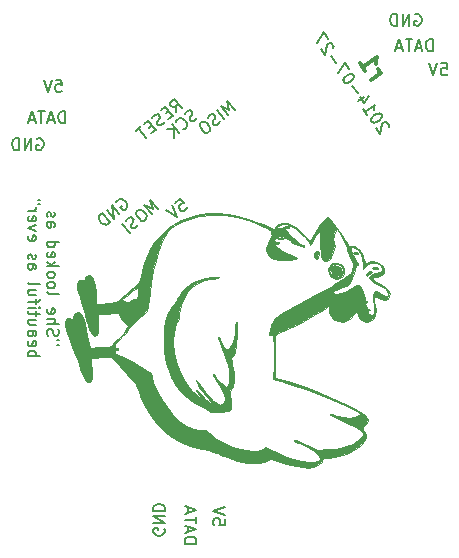
<source format=gbo>
%FSLAX46Y46*%
G04 Gerber Fmt 4.6, Leading zero omitted, Abs format (unit mm)*
G04 Created by KiCad (PCBNEW (2014-jul-16 BZR unknown)-product) date Sun 27 Jul 2014 23:18:36 BST*
%MOMM*%
G01*
G04 APERTURE LIST*
%ADD10C,0.100000*%
%ADD11C,0.200000*%
%ADD12C,0.300000*%
%ADD13R,2.032000X2.032000*%
%ADD14C,2.032000*%
%ADD15C,2.000000*%
%ADD16C,5.500000*%
%ADD17C,5.000000*%
%ADD18R,3.000000X5.000000*%
%ADD19O,3.000000X5.000000*%
%ADD20O,2.032000X2.032000*%
%ADD21R,1.727200X1.727200*%
%ADD22O,1.727200X1.727200*%
G04 APERTURE END LIST*
D10*
D11*
X138640112Y-112431264D02*
X138651806Y-112364943D01*
X138636187Y-112259616D01*
X138499620Y-112064579D01*
X138405987Y-112013878D01*
X138339667Y-112002184D01*
X138234339Y-112017803D01*
X138156325Y-112072429D01*
X138066616Y-112193375D01*
X137926287Y-112989221D01*
X137571216Y-112482126D01*
X138035297Y-111401456D02*
X137980670Y-111323441D01*
X137887037Y-111272740D01*
X137820716Y-111261046D01*
X137715389Y-111276665D01*
X137532047Y-111346910D01*
X137337010Y-111483477D01*
X137208294Y-111631736D01*
X137157593Y-111725370D01*
X137145899Y-111791690D01*
X137161518Y-111897018D01*
X137216145Y-111975033D01*
X137309778Y-112025734D01*
X137376099Y-112037428D01*
X137481426Y-112021809D01*
X137664768Y-111951564D01*
X137859805Y-111814998D01*
X137988521Y-111666738D01*
X138039222Y-111573104D01*
X138050916Y-111506784D01*
X138035297Y-111401456D01*
X136478689Y-110921837D02*
X136806447Y-111389924D01*
X136642569Y-111155881D02*
X137461721Y-110582304D01*
X137399325Y-110742258D01*
X137375937Y-110874899D01*
X137391556Y-110980226D01*
X136533154Y-109837322D02*
X135987052Y-110219706D01*
X136981778Y-109813854D02*
X136533234Y-110418587D01*
X136178163Y-109911493D01*
X135998665Y-109572122D02*
X135561654Y-108948006D01*
X135686365Y-108046834D02*
X135631738Y-107968819D01*
X135538105Y-107918117D01*
X135471784Y-107906423D01*
X135366457Y-107922042D01*
X135183115Y-107992288D01*
X134988078Y-108128854D01*
X134859362Y-108277114D01*
X134808661Y-108370747D01*
X134796967Y-108437068D01*
X134812586Y-108542395D01*
X134867213Y-108620410D01*
X134960846Y-108671112D01*
X135027167Y-108682806D01*
X135132494Y-108667187D01*
X135315836Y-108596941D01*
X135510873Y-108460375D01*
X135639589Y-108312115D01*
X135690290Y-108218482D01*
X135701984Y-108152161D01*
X135686365Y-108046834D01*
X135303981Y-107500732D02*
X134921596Y-106954631D01*
X134348263Y-107879273D01*
X134195997Y-106997644D02*
X133758986Y-106373528D01*
X133942248Y-105722018D02*
X133953942Y-105655698D01*
X133938323Y-105550371D01*
X133801756Y-105355334D01*
X133708123Y-105304632D01*
X133641802Y-105292938D01*
X133536475Y-105308557D01*
X133458461Y-105363184D01*
X133368752Y-105484130D01*
X133228423Y-106279976D01*
X132873352Y-105772881D01*
X133501312Y-104926254D02*
X133118927Y-104380153D01*
X132545594Y-105304795D01*
D12*
X137151499Y-108402487D02*
X137970651Y-107828910D01*
X137736607Y-107992790D02*
X137812659Y-107852340D01*
X137830200Y-107752859D01*
X137806772Y-107594867D01*
X137724833Y-107477846D01*
X136168225Y-106998227D02*
X136659862Y-107700357D01*
X136414044Y-107349292D02*
X137642772Y-106488927D01*
X137549178Y-106728858D01*
X137514097Y-106927820D01*
X137537525Y-107085811D01*
D11*
X110694619Y-130841049D02*
X110504143Y-130841049D01*
X110694619Y-130460096D02*
X110504143Y-130460096D01*
X109742238Y-130079144D02*
X109694619Y-129936287D01*
X109694619Y-129698191D01*
X109742238Y-129602953D01*
X109789857Y-129555334D01*
X109885095Y-129507715D01*
X109980333Y-129507715D01*
X110075571Y-129555334D01*
X110123190Y-129602953D01*
X110170810Y-129698191D01*
X110218429Y-129888668D01*
X110266048Y-129983906D01*
X110313667Y-130031525D01*
X110408905Y-130079144D01*
X110504143Y-130079144D01*
X110599381Y-130031525D01*
X110647000Y-129983906D01*
X110694619Y-129888668D01*
X110694619Y-129650572D01*
X110647000Y-129507715D01*
X109694619Y-129079144D02*
X110694619Y-129079144D01*
X109694619Y-128650572D02*
X110218429Y-128650572D01*
X110313667Y-128698191D01*
X110361286Y-128793429D01*
X110361286Y-128936287D01*
X110313667Y-129031525D01*
X110266048Y-129079144D01*
X109742238Y-127793429D02*
X109694619Y-127888667D01*
X109694619Y-128079144D01*
X109742238Y-128174382D01*
X109837476Y-128222001D01*
X110218429Y-128222001D01*
X110313667Y-128174382D01*
X110361286Y-128079144D01*
X110361286Y-127888667D01*
X110313667Y-127793429D01*
X110218429Y-127745810D01*
X110123190Y-127745810D01*
X110027952Y-128222001D01*
X109694619Y-126412477D02*
X109742238Y-126507715D01*
X109837476Y-126555334D01*
X110694619Y-126555334D01*
X109694619Y-125888667D02*
X109742238Y-125983905D01*
X109789857Y-126031524D01*
X109885095Y-126079143D01*
X110170810Y-126079143D01*
X110266048Y-126031524D01*
X110313667Y-125983905D01*
X110361286Y-125888667D01*
X110361286Y-125745809D01*
X110313667Y-125650571D01*
X110266048Y-125602952D01*
X110170810Y-125555333D01*
X109885095Y-125555333D01*
X109789857Y-125602952D01*
X109742238Y-125650571D01*
X109694619Y-125745809D01*
X109694619Y-125888667D01*
X109694619Y-124983905D02*
X109742238Y-125079143D01*
X109789857Y-125126762D01*
X109885095Y-125174381D01*
X110170810Y-125174381D01*
X110266048Y-125126762D01*
X110313667Y-125079143D01*
X110361286Y-124983905D01*
X110361286Y-124841047D01*
X110313667Y-124745809D01*
X110266048Y-124698190D01*
X110170810Y-124650571D01*
X109885095Y-124650571D01*
X109789857Y-124698190D01*
X109742238Y-124745809D01*
X109694619Y-124841047D01*
X109694619Y-124983905D01*
X109694619Y-124222000D02*
X110694619Y-124222000D01*
X110075571Y-124126762D02*
X109694619Y-123841047D01*
X110361286Y-123841047D02*
X109980333Y-124222000D01*
X109742238Y-123031523D02*
X109694619Y-123126761D01*
X109694619Y-123317238D01*
X109742238Y-123412476D01*
X109837476Y-123460095D01*
X110218429Y-123460095D01*
X110313667Y-123412476D01*
X110361286Y-123317238D01*
X110361286Y-123126761D01*
X110313667Y-123031523D01*
X110218429Y-122983904D01*
X110123190Y-122983904D01*
X110027952Y-123460095D01*
X109694619Y-122126761D02*
X110694619Y-122126761D01*
X109742238Y-122126761D02*
X109694619Y-122221999D01*
X109694619Y-122412476D01*
X109742238Y-122507714D01*
X109789857Y-122555333D01*
X109885095Y-122602952D01*
X110170810Y-122602952D01*
X110266048Y-122555333D01*
X110313667Y-122507714D01*
X110361286Y-122412476D01*
X110361286Y-122221999D01*
X110313667Y-122126761D01*
X109694619Y-120460094D02*
X110218429Y-120460094D01*
X110313667Y-120507713D01*
X110361286Y-120602951D01*
X110361286Y-120793428D01*
X110313667Y-120888666D01*
X109742238Y-120460094D02*
X109694619Y-120555332D01*
X109694619Y-120793428D01*
X109742238Y-120888666D01*
X109837476Y-120936285D01*
X109932714Y-120936285D01*
X110027952Y-120888666D01*
X110075571Y-120793428D01*
X110075571Y-120555332D01*
X110123190Y-120460094D01*
X109742238Y-120031523D02*
X109694619Y-119936285D01*
X109694619Y-119745809D01*
X109742238Y-119650570D01*
X109837476Y-119602951D01*
X109885095Y-119602951D01*
X109980333Y-119650570D01*
X110027952Y-119745809D01*
X110027952Y-119888666D01*
X110075571Y-119983904D01*
X110170810Y-120031523D01*
X110218429Y-120031523D01*
X110313667Y-119983904D01*
X110361286Y-119888666D01*
X110361286Y-119745809D01*
X110313667Y-119650570D01*
X108094619Y-131841049D02*
X109094619Y-131841049D01*
X108713667Y-131841049D02*
X108761286Y-131745811D01*
X108761286Y-131555334D01*
X108713667Y-131460096D01*
X108666048Y-131412477D01*
X108570810Y-131364858D01*
X108285095Y-131364858D01*
X108189857Y-131412477D01*
X108142238Y-131460096D01*
X108094619Y-131555334D01*
X108094619Y-131745811D01*
X108142238Y-131841049D01*
X108142238Y-130555334D02*
X108094619Y-130650572D01*
X108094619Y-130841049D01*
X108142238Y-130936287D01*
X108237476Y-130983906D01*
X108618429Y-130983906D01*
X108713667Y-130936287D01*
X108761286Y-130841049D01*
X108761286Y-130650572D01*
X108713667Y-130555334D01*
X108618429Y-130507715D01*
X108523190Y-130507715D01*
X108427952Y-130983906D01*
X108094619Y-129650572D02*
X108618429Y-129650572D01*
X108713667Y-129698191D01*
X108761286Y-129793429D01*
X108761286Y-129983906D01*
X108713667Y-130079144D01*
X108142238Y-129650572D02*
X108094619Y-129745810D01*
X108094619Y-129983906D01*
X108142238Y-130079144D01*
X108237476Y-130126763D01*
X108332714Y-130126763D01*
X108427952Y-130079144D01*
X108475571Y-129983906D01*
X108475571Y-129745810D01*
X108523190Y-129650572D01*
X108761286Y-128745810D02*
X108094619Y-128745810D01*
X108761286Y-129174382D02*
X108237476Y-129174382D01*
X108142238Y-129126763D01*
X108094619Y-129031525D01*
X108094619Y-128888667D01*
X108142238Y-128793429D01*
X108189857Y-128745810D01*
X108761286Y-128412477D02*
X108761286Y-128031525D01*
X109094619Y-128269620D02*
X108237476Y-128269620D01*
X108142238Y-128222001D01*
X108094619Y-128126763D01*
X108094619Y-128031525D01*
X108094619Y-127698191D02*
X108761286Y-127698191D01*
X109094619Y-127698191D02*
X109047000Y-127745810D01*
X108999381Y-127698191D01*
X109047000Y-127650572D01*
X109094619Y-127698191D01*
X108999381Y-127698191D01*
X108761286Y-127364858D02*
X108761286Y-126983906D01*
X108094619Y-127222001D02*
X108951762Y-127222001D01*
X109047000Y-127174382D01*
X109094619Y-127079144D01*
X109094619Y-126983906D01*
X108761286Y-126222000D02*
X108094619Y-126222000D01*
X108761286Y-126650572D02*
X108237476Y-126650572D01*
X108142238Y-126602953D01*
X108094619Y-126507715D01*
X108094619Y-126364857D01*
X108142238Y-126269619D01*
X108189857Y-126222000D01*
X108094619Y-125602953D02*
X108142238Y-125698191D01*
X108237476Y-125745810D01*
X109094619Y-125745810D01*
X108094619Y-124031523D02*
X108618429Y-124031523D01*
X108713667Y-124079142D01*
X108761286Y-124174380D01*
X108761286Y-124364857D01*
X108713667Y-124460095D01*
X108142238Y-124031523D02*
X108094619Y-124126761D01*
X108094619Y-124364857D01*
X108142238Y-124460095D01*
X108237476Y-124507714D01*
X108332714Y-124507714D01*
X108427952Y-124460095D01*
X108475571Y-124364857D01*
X108475571Y-124126761D01*
X108523190Y-124031523D01*
X108142238Y-123602952D02*
X108094619Y-123507714D01*
X108094619Y-123317238D01*
X108142238Y-123221999D01*
X108237476Y-123174380D01*
X108285095Y-123174380D01*
X108380333Y-123221999D01*
X108427952Y-123317238D01*
X108427952Y-123460095D01*
X108475571Y-123555333D01*
X108570810Y-123602952D01*
X108618429Y-123602952D01*
X108713667Y-123555333D01*
X108761286Y-123460095D01*
X108761286Y-123317238D01*
X108713667Y-123221999D01*
X108142238Y-121602951D02*
X108094619Y-121698189D01*
X108094619Y-121888666D01*
X108142238Y-121983904D01*
X108237476Y-122031523D01*
X108618429Y-122031523D01*
X108713667Y-121983904D01*
X108761286Y-121888666D01*
X108761286Y-121698189D01*
X108713667Y-121602951D01*
X108618429Y-121555332D01*
X108523190Y-121555332D01*
X108427952Y-122031523D01*
X108761286Y-121221999D02*
X108094619Y-120983904D01*
X108761286Y-120745808D01*
X108142238Y-119983903D02*
X108094619Y-120079141D01*
X108094619Y-120269618D01*
X108142238Y-120364856D01*
X108237476Y-120412475D01*
X108618429Y-120412475D01*
X108713667Y-120364856D01*
X108761286Y-120269618D01*
X108761286Y-120079141D01*
X108713667Y-119983903D01*
X108618429Y-119936284D01*
X108523190Y-119936284D01*
X108427952Y-120412475D01*
X108094619Y-119507713D02*
X108761286Y-119507713D01*
X108570810Y-119507713D02*
X108666048Y-119460094D01*
X108713667Y-119412475D01*
X108761286Y-119317237D01*
X108761286Y-119221998D01*
X109094619Y-118936284D02*
X108904143Y-118936284D01*
X109094619Y-118555331D02*
X108904143Y-118555331D01*
X125573569Y-110969450D02*
X124930781Y-110203405D01*
X125134567Y-110964843D01*
X124420084Y-110631930D01*
X125062872Y-111397975D01*
X124698089Y-111704064D02*
X124055302Y-110938019D01*
X124339176Y-111943066D02*
X124260350Y-112071371D01*
X124077958Y-112224416D01*
X123974393Y-112249155D01*
X123907305Y-112243286D01*
X123809609Y-112200938D01*
X123748391Y-112127982D01*
X123723652Y-112024416D01*
X123729521Y-111957329D01*
X123771868Y-111859632D01*
X123887173Y-111700718D01*
X123929521Y-111603022D01*
X123935390Y-111535935D01*
X123910651Y-111432369D01*
X123849433Y-111359413D01*
X123751737Y-111317065D01*
X123684650Y-111311196D01*
X123581084Y-111335935D01*
X123398692Y-111488980D01*
X123319866Y-111617285D01*
X122815040Y-111978723D02*
X122669126Y-112101159D01*
X122626778Y-112198855D01*
X122615040Y-112333029D01*
X122700997Y-112509551D01*
X122915260Y-112764900D01*
X123074174Y-112880204D01*
X123208348Y-112891943D01*
X123311914Y-112867203D01*
X123457827Y-112744767D01*
X123500175Y-112647071D01*
X123511914Y-112512897D01*
X123425956Y-112336375D01*
X123211693Y-112081026D01*
X123052780Y-111965722D01*
X122918605Y-111953983D01*
X122815040Y-111978723D01*
X122403090Y-111624625D02*
X122324264Y-111752930D01*
X122141872Y-111905975D01*
X122038307Y-111930714D01*
X121971219Y-111924845D01*
X121873523Y-111882497D01*
X121812306Y-111809541D01*
X121787566Y-111705975D01*
X121793435Y-111638888D01*
X121835782Y-111541191D01*
X121951087Y-111382277D01*
X121993435Y-111284581D01*
X121999304Y-111217494D01*
X121974565Y-111113928D01*
X121913347Y-111040972D01*
X121815651Y-110998624D01*
X121748564Y-110992755D01*
X121644998Y-111017494D01*
X121462606Y-111170539D01*
X121383780Y-111298844D01*
X121168697Y-112598241D02*
X121235784Y-112604111D01*
X121375828Y-112548762D01*
X121448784Y-112487545D01*
X121527611Y-112359239D01*
X121539350Y-112225065D01*
X121514610Y-112121499D01*
X121428653Y-111944977D01*
X121336825Y-111835542D01*
X121177911Y-111720237D01*
X121080215Y-111677890D01*
X120946041Y-111666151D01*
X120805997Y-111721500D01*
X120733040Y-111782718D01*
X120654214Y-111911023D01*
X120648345Y-111978110D01*
X120901610Y-112946678D02*
X120258822Y-112180634D01*
X120463870Y-113313986D02*
X120424868Y-112600765D01*
X119821082Y-112547941D02*
X120626130Y-112618374D01*
X120656373Y-111172971D02*
X120605632Y-110593925D01*
X121094113Y-110805664D02*
X120451326Y-110039620D01*
X120159499Y-110284491D01*
X120117151Y-110382187D01*
X120111282Y-110449275D01*
X120136021Y-110552840D01*
X120227848Y-110662275D01*
X120325544Y-110704623D01*
X120392631Y-110710492D01*
X120496197Y-110685752D01*
X120788024Y-110440880D01*
X119991370Y-111047190D02*
X119736022Y-111261453D01*
X119963285Y-111754541D02*
X120328069Y-111448452D01*
X119685281Y-110682407D01*
X119320498Y-110988497D01*
X119640850Y-111962934D02*
X119562024Y-112091239D01*
X119379632Y-112244284D01*
X119276067Y-112269024D01*
X119208980Y-112263155D01*
X119111284Y-112220807D01*
X119050066Y-112147850D01*
X119025326Y-112044285D01*
X119031196Y-111977198D01*
X119073543Y-111879501D01*
X119188848Y-111720586D01*
X119231195Y-111622890D01*
X119237065Y-111555803D01*
X119212325Y-111452238D01*
X119151107Y-111379281D01*
X119053411Y-111336933D01*
X118986324Y-111331064D01*
X118882759Y-111355804D01*
X118700366Y-111508849D01*
X118621541Y-111637154D01*
X118568716Y-112240938D02*
X118313368Y-112455201D01*
X118540631Y-112948290D02*
X118905415Y-112642200D01*
X118262627Y-111876156D01*
X117897844Y-112182245D01*
X117678974Y-112365899D02*
X117241234Y-112733206D01*
X118102892Y-113315597D02*
X117460104Y-112549552D01*
X115578259Y-118761235D02*
X115620606Y-118663539D01*
X115730041Y-118571713D01*
X115870085Y-118516363D01*
X116004260Y-118528102D01*
X116101956Y-118570450D01*
X116260870Y-118685754D01*
X116352697Y-118795190D01*
X116438654Y-118971712D01*
X116463394Y-119075277D01*
X116451655Y-119209451D01*
X116372829Y-119337757D01*
X116299872Y-119398975D01*
X116159828Y-119454323D01*
X116092741Y-119448454D01*
X115878479Y-119193106D01*
X116024392Y-119070670D01*
X115825655Y-119796891D02*
X115182867Y-119030846D01*
X115387915Y-120164198D01*
X114745127Y-119398154D01*
X115023132Y-120470287D02*
X114380344Y-119704243D01*
X114197953Y-119857287D01*
X114119126Y-119985593D01*
X114107387Y-120119767D01*
X114132127Y-120223333D01*
X114218084Y-120399855D01*
X114309912Y-120509290D01*
X114468826Y-120624594D01*
X114566522Y-120666942D01*
X114700696Y-120678681D01*
X114840740Y-120623332D01*
X115023132Y-120470287D01*
X119096569Y-119351450D02*
X118453781Y-118585405D01*
X118657567Y-119346843D01*
X117943084Y-119013930D01*
X118585872Y-119779975D01*
X117432389Y-119442455D02*
X117286475Y-119564891D01*
X117244127Y-119662587D01*
X117232388Y-119796762D01*
X117318346Y-119973284D01*
X117532609Y-120228632D01*
X117691523Y-120343936D01*
X117825697Y-120355675D01*
X117929262Y-120330936D01*
X118075176Y-120208499D01*
X118117524Y-120110803D01*
X118129263Y-119976629D01*
X118043305Y-119800107D01*
X117829042Y-119544758D01*
X117670128Y-119429454D01*
X117535954Y-119417715D01*
X117432389Y-119442455D01*
X117424436Y-120692373D02*
X117345610Y-120820678D01*
X117163218Y-120973723D01*
X117059653Y-120998463D01*
X116992565Y-120992593D01*
X116894869Y-120950246D01*
X116833651Y-120877289D01*
X116808912Y-120773724D01*
X116814781Y-120706637D01*
X116857128Y-120608940D01*
X116972433Y-120450025D01*
X117014781Y-120352329D01*
X117020650Y-120285242D01*
X116995911Y-120181677D01*
X116934693Y-120108720D01*
X116836997Y-120066372D01*
X116769910Y-120060503D01*
X116666344Y-120085243D01*
X116483952Y-120238288D01*
X116405126Y-120366593D01*
X116689000Y-121371639D02*
X116046213Y-120605595D01*
X120570910Y-118838064D02*
X120935694Y-118531974D01*
X121278261Y-118866148D01*
X121211174Y-118860279D01*
X121107609Y-118885018D01*
X120925216Y-119038063D01*
X120882869Y-119135759D01*
X120876999Y-119202847D01*
X120901740Y-119306413D01*
X121054784Y-119488804D01*
X121152480Y-119531152D01*
X121219567Y-119537021D01*
X121323133Y-119512282D01*
X121505525Y-119359236D01*
X121547873Y-119261540D01*
X121553742Y-119194453D01*
X120315562Y-119052326D02*
X120703002Y-120032633D01*
X119804866Y-119480852D01*
X119626000Y-146430904D02*
X119673619Y-146526142D01*
X119673619Y-146668999D01*
X119626000Y-146811857D01*
X119530762Y-146907095D01*
X119435524Y-146954714D01*
X119245048Y-147002333D01*
X119102190Y-147002333D01*
X118911714Y-146954714D01*
X118816476Y-146907095D01*
X118721238Y-146811857D01*
X118673619Y-146668999D01*
X118673619Y-146573761D01*
X118721238Y-146430904D01*
X118768857Y-146383285D01*
X119102190Y-146383285D01*
X119102190Y-146573761D01*
X118673619Y-145954714D02*
X119673619Y-145954714D01*
X118673619Y-145383285D01*
X119673619Y-145383285D01*
X118673619Y-144907095D02*
X119673619Y-144907095D01*
X119673619Y-144669000D01*
X119626000Y-144526142D01*
X119530762Y-144430904D01*
X119435524Y-144383285D01*
X119245048Y-144335666D01*
X119102190Y-144335666D01*
X118911714Y-144383285D01*
X118816476Y-144430904D01*
X118721238Y-144526142D01*
X118673619Y-144669000D01*
X118673619Y-144907095D01*
X121340619Y-147677000D02*
X122340619Y-147677000D01*
X122340619Y-147438905D01*
X122293000Y-147296047D01*
X122197762Y-147200809D01*
X122102524Y-147153190D01*
X121912048Y-147105571D01*
X121769190Y-147105571D01*
X121578714Y-147153190D01*
X121483476Y-147200809D01*
X121388238Y-147296047D01*
X121340619Y-147438905D01*
X121340619Y-147677000D01*
X121626333Y-146724619D02*
X121626333Y-146248428D01*
X121340619Y-146819857D02*
X122340619Y-146486524D01*
X121340619Y-146153190D01*
X122340619Y-145962714D02*
X122340619Y-145391285D01*
X121340619Y-145677000D02*
X122340619Y-145677000D01*
X121626333Y-145105571D02*
X121626333Y-144629380D01*
X121340619Y-145200809D02*
X122340619Y-144867476D01*
X121340619Y-144534142D01*
X124753619Y-145605476D02*
X124753619Y-146081667D01*
X124277429Y-146129286D01*
X124325048Y-146081667D01*
X124372667Y-145986429D01*
X124372667Y-145748333D01*
X124325048Y-145653095D01*
X124277429Y-145605476D01*
X124182190Y-145557857D01*
X123944095Y-145557857D01*
X123848857Y-145605476D01*
X123801238Y-145653095D01*
X123753619Y-145748333D01*
X123753619Y-145986429D01*
X123801238Y-146081667D01*
X123848857Y-146129286D01*
X124753619Y-145272143D02*
X123753619Y-144938810D01*
X124753619Y-144605476D01*
X140842904Y-102878000D02*
X140938142Y-102830381D01*
X141080999Y-102830381D01*
X141223857Y-102878000D01*
X141319095Y-102973238D01*
X141366714Y-103068476D01*
X141414333Y-103258952D01*
X141414333Y-103401810D01*
X141366714Y-103592286D01*
X141319095Y-103687524D01*
X141223857Y-103782762D01*
X141080999Y-103830381D01*
X140985761Y-103830381D01*
X140842904Y-103782762D01*
X140795285Y-103735143D01*
X140795285Y-103401810D01*
X140985761Y-103401810D01*
X140366714Y-103830381D02*
X140366714Y-102830381D01*
X139795285Y-103830381D01*
X139795285Y-102830381D01*
X139319095Y-103830381D02*
X139319095Y-102830381D01*
X139081000Y-102830381D01*
X138938142Y-102878000D01*
X138842904Y-102973238D01*
X138795285Y-103068476D01*
X138747666Y-103258952D01*
X138747666Y-103401810D01*
X138795285Y-103592286D01*
X138842904Y-103687524D01*
X138938142Y-103782762D01*
X139081000Y-103830381D01*
X139319095Y-103830381D01*
X142343000Y-105989381D02*
X142343000Y-104989381D01*
X142104905Y-104989381D01*
X141962047Y-105037000D01*
X141866809Y-105132238D01*
X141819190Y-105227476D01*
X141771571Y-105417952D01*
X141771571Y-105560810D01*
X141819190Y-105751286D01*
X141866809Y-105846524D01*
X141962047Y-105941762D01*
X142104905Y-105989381D01*
X142343000Y-105989381D01*
X141390619Y-105703667D02*
X140914428Y-105703667D01*
X141485857Y-105989381D02*
X141152524Y-104989381D01*
X140819190Y-105989381D01*
X140628714Y-104989381D02*
X140057285Y-104989381D01*
X140343000Y-105989381D02*
X140343000Y-104989381D01*
X139771571Y-105703667D02*
X139295380Y-105703667D01*
X139866809Y-105989381D02*
X139533476Y-104989381D01*
X139200142Y-105989381D01*
X143065476Y-107021381D02*
X143541667Y-107021381D01*
X143589286Y-107497571D01*
X143541667Y-107449952D01*
X143446429Y-107402333D01*
X143208333Y-107402333D01*
X143113095Y-107449952D01*
X143065476Y-107497571D01*
X143017857Y-107592810D01*
X143017857Y-107830905D01*
X143065476Y-107926143D01*
X143113095Y-107973762D01*
X143208333Y-108021381D01*
X143446429Y-108021381D01*
X143541667Y-107973762D01*
X143589286Y-107926143D01*
X142732143Y-107021381D02*
X142398810Y-108021381D01*
X142065476Y-107021381D01*
X108838904Y-113419000D02*
X108934142Y-113371381D01*
X109076999Y-113371381D01*
X109219857Y-113419000D01*
X109315095Y-113514238D01*
X109362714Y-113609476D01*
X109410333Y-113799952D01*
X109410333Y-113942810D01*
X109362714Y-114133286D01*
X109315095Y-114228524D01*
X109219857Y-114323762D01*
X109076999Y-114371381D01*
X108981761Y-114371381D01*
X108838904Y-114323762D01*
X108791285Y-114276143D01*
X108791285Y-113942810D01*
X108981761Y-113942810D01*
X108362714Y-114371381D02*
X108362714Y-113371381D01*
X107791285Y-114371381D01*
X107791285Y-113371381D01*
X107315095Y-114371381D02*
X107315095Y-113371381D01*
X107077000Y-113371381D01*
X106934142Y-113419000D01*
X106838904Y-113514238D01*
X106791285Y-113609476D01*
X106743666Y-113799952D01*
X106743666Y-113942810D01*
X106791285Y-114133286D01*
X106838904Y-114228524D01*
X106934142Y-114323762D01*
X107077000Y-114371381D01*
X107315095Y-114371381D01*
X111228000Y-112085381D02*
X111228000Y-111085381D01*
X110989905Y-111085381D01*
X110847047Y-111133000D01*
X110751809Y-111228238D01*
X110704190Y-111323476D01*
X110656571Y-111513952D01*
X110656571Y-111656810D01*
X110704190Y-111847286D01*
X110751809Y-111942524D01*
X110847047Y-112037762D01*
X110989905Y-112085381D01*
X111228000Y-112085381D01*
X110275619Y-111799667D02*
X109799428Y-111799667D01*
X110370857Y-112085381D02*
X110037524Y-111085381D01*
X109704190Y-112085381D01*
X109513714Y-111085381D02*
X108942285Y-111085381D01*
X109228000Y-112085381D02*
X109228000Y-111085381D01*
X108656571Y-111799667D02*
X108180380Y-111799667D01*
X108751809Y-112085381D02*
X108418476Y-111085381D01*
X108085142Y-112085381D01*
X110426476Y-108418381D02*
X110902667Y-108418381D01*
X110950286Y-108894571D01*
X110902667Y-108846952D01*
X110807429Y-108799333D01*
X110569333Y-108799333D01*
X110474095Y-108846952D01*
X110426476Y-108894571D01*
X110378857Y-108989810D01*
X110378857Y-109227905D01*
X110426476Y-109323143D01*
X110474095Y-109370762D01*
X110569333Y-109418381D01*
X110807429Y-109418381D01*
X110902667Y-109370762D01*
X110950286Y-109323143D01*
X110093143Y-108418381D02*
X109759810Y-109418381D01*
X109426476Y-108418381D01*
D10*
G36*
X131836295Y-141254939D02*
X131370766Y-141217538D01*
X130824842Y-141128519D01*
X130236608Y-140994318D01*
X129644152Y-140821375D01*
X129544521Y-140788166D01*
X129539253Y-140786410D01*
X131826000Y-140786410D01*
X132296715Y-140765239D01*
X132626955Y-140691350D01*
X132808172Y-140567471D01*
X132842000Y-140461843D01*
X132767689Y-140280126D01*
X132564272Y-140058818D01*
X132261027Y-139818242D01*
X131887228Y-139578716D01*
X131472153Y-139360562D01*
X131045078Y-139184098D01*
X130959346Y-139155125D01*
X130742454Y-139068237D01*
X130603222Y-138981958D01*
X130588920Y-138965103D01*
X130601465Y-138907506D01*
X130741537Y-138920130D01*
X130986242Y-138995433D01*
X131312686Y-139125873D01*
X131697974Y-139303909D01*
X131853609Y-139381736D01*
X132600885Y-139763167D01*
X133377609Y-139707128D01*
X134033601Y-139646934D01*
X134559849Y-139566365D01*
X134995549Y-139456592D01*
X135379896Y-139308783D01*
X135576851Y-139211650D01*
X135932138Y-138992352D01*
X136221758Y-138753418D01*
X136415349Y-138524068D01*
X136482667Y-138339900D01*
X136407132Y-138216534D01*
X136194267Y-138044225D01*
X135864678Y-137835097D01*
X135438972Y-137601276D01*
X134937755Y-137354887D01*
X134408333Y-137119333D01*
X134059092Y-136970851D01*
X133839271Y-136873940D01*
X133722310Y-136814259D01*
X133681651Y-136777465D01*
X133690735Y-136749217D01*
X133701706Y-136737739D01*
X133796934Y-136741638D01*
X134002340Y-136793613D01*
X134221702Y-136864739D01*
X134722674Y-136988726D01*
X135238657Y-137027116D01*
X135708705Y-136978451D01*
X135945413Y-136905992D01*
X136098191Y-136830243D01*
X136166904Y-136753916D01*
X136138792Y-136664531D01*
X136001094Y-136549607D01*
X135741052Y-136396665D01*
X135345904Y-136193224D01*
X135084959Y-136064393D01*
X133480342Y-135333112D01*
X131783163Y-134668660D01*
X129959408Y-134057850D01*
X129721620Y-133984849D01*
X128844907Y-133718248D01*
X128905182Y-132542113D01*
X128923646Y-132037005D01*
X128929873Y-131520706D01*
X128923883Y-131052364D01*
X128905692Y-130691125D01*
X128904595Y-130678423D01*
X128871230Y-130339960D01*
X128837596Y-130139171D01*
X128792448Y-130044752D01*
X128724541Y-130025397D01*
X128673598Y-130035360D01*
X128573968Y-130047160D01*
X128530461Y-129988232D01*
X128529839Y-129820722D01*
X128543489Y-129663290D01*
X128674591Y-129166779D01*
X128828924Y-128892195D01*
X128929509Y-128752359D01*
X129034981Y-128623751D01*
X129158566Y-128498266D01*
X129313492Y-128367798D01*
X129512988Y-128224240D01*
X129770281Y-128059488D01*
X130098599Y-127865436D01*
X130511169Y-127633977D01*
X131021219Y-127357007D01*
X131641977Y-127026419D01*
X132386672Y-126634108D01*
X133265333Y-126173640D01*
X133703032Y-125934269D01*
X134181282Y-125656504D01*
X134619760Y-125387485D01*
X134765110Y-125293488D01*
X135101377Y-125063309D01*
X135320791Y-124887385D01*
X135453504Y-124735923D01*
X135529666Y-124579134D01*
X135547804Y-124520158D01*
X135607682Y-124285888D01*
X135622857Y-124112866D01*
X135583563Y-123942697D01*
X135480035Y-123716989D01*
X135382000Y-123528667D01*
X135247299Y-123238134D01*
X135155204Y-122973575D01*
X135128000Y-122820896D01*
X135076606Y-122581366D01*
X134929253Y-122231774D01*
X134696182Y-121793946D01*
X134470106Y-121418920D01*
X134261221Y-121087173D01*
X134103827Y-121291920D01*
X133983960Y-121562582D01*
X133947318Y-121910583D01*
X133999590Y-122262721D01*
X134022997Y-122331928D01*
X134054002Y-122522759D01*
X134011947Y-122781274D01*
X133932886Y-123035939D01*
X133781152Y-123402655D01*
X133620750Y-123624828D01*
X133429926Y-123726740D01*
X133301851Y-123740334D01*
X133164478Y-123724761D01*
X133059058Y-123664440D01*
X132980250Y-123538964D01*
X132922713Y-123327927D01*
X132881105Y-123010923D01*
X132850085Y-122567546D01*
X132824311Y-121977390D01*
X132821686Y-121905933D01*
X132803535Y-121599903D01*
X132776432Y-121364020D01*
X132745995Y-121245994D01*
X132743631Y-121243119D01*
X132675443Y-121278366D01*
X132556192Y-121431081D01*
X132408448Y-121666249D01*
X132254782Y-121948852D01*
X132157263Y-122152834D01*
X132057929Y-122323110D01*
X131975440Y-122385547D01*
X131939078Y-122322928D01*
X131941241Y-122279834D01*
X131887747Y-122182201D01*
X131733706Y-121998403D01*
X131503875Y-121756167D01*
X131266175Y-121523848D01*
X130758219Y-121080238D01*
X130325799Y-120783478D01*
X129964772Y-120631003D01*
X129787644Y-120607667D01*
X129605038Y-120639142D01*
X129402999Y-120714179D01*
X129247624Y-120803694D01*
X129201333Y-120865647D01*
X129272000Y-120932237D01*
X129434128Y-120963573D01*
X129612909Y-120956466D01*
X129733533Y-120907727D01*
X129745761Y-120888860D01*
X129840937Y-120812000D01*
X130001468Y-120779198D01*
X130152034Y-120794798D01*
X130217333Y-120861667D01*
X130144877Y-120925313D01*
X130005666Y-120946334D01*
X129846370Y-120959609D01*
X129794000Y-120985006D01*
X129849938Y-121056935D01*
X130001802Y-121222923D01*
X130225662Y-121457411D01*
X130467711Y-121704672D01*
X130789174Y-122013893D01*
X131056711Y-122240203D01*
X131248269Y-122365868D01*
X131314378Y-122385667D01*
X131453913Y-122420457D01*
X131487333Y-122470334D01*
X131421359Y-122538783D01*
X131244598Y-122526316D01*
X130988791Y-122443443D01*
X130685680Y-122300679D01*
X130367006Y-122108534D01*
X130340652Y-122090561D01*
X130088978Y-121927253D01*
X129913917Y-121851483D01*
X129758822Y-121846312D01*
X129626718Y-121877078D01*
X129364933Y-121915564D01*
X129229091Y-121865570D01*
X129154539Y-121840800D01*
X129339879Y-121840800D01*
X129434166Y-121807420D01*
X129615494Y-121762543D01*
X129699952Y-121773092D01*
X129774967Y-121767816D01*
X129758455Y-121719317D01*
X129642833Y-121654610D01*
X129437704Y-121624893D01*
X129201891Y-121627952D01*
X128994219Y-121661574D01*
X128873510Y-121723544D01*
X128862666Y-121753037D01*
X128933978Y-121751716D01*
X129074333Y-121729056D01*
X129239046Y-121730184D01*
X129286000Y-121786109D01*
X129339879Y-121840800D01*
X129154539Y-121840800D01*
X129091754Y-121819940D01*
X128989666Y-121877667D01*
X128873246Y-122016359D01*
X128916997Y-122102394D01*
X129116666Y-122131667D01*
X129312503Y-122161552D01*
X129363165Y-122227453D01*
X129262543Y-122293742D01*
X129148358Y-122316543D01*
X128926049Y-122343334D01*
X129168873Y-122585136D01*
X129503628Y-122847111D01*
X129947725Y-123093272D01*
X130441938Y-123291720D01*
X130534833Y-123320866D01*
X130751775Y-123399005D01*
X130879912Y-123470793D01*
X130894667Y-123493643D01*
X130816726Y-123557475D01*
X130608964Y-123607972D01*
X130310470Y-123643751D01*
X129960335Y-123663425D01*
X129597648Y-123665609D01*
X129261499Y-123648919D01*
X128990978Y-123611969D01*
X128846752Y-123566210D01*
X128533673Y-123351272D01*
X128315678Y-123094709D01*
X128209395Y-122829074D01*
X128231452Y-122586924D01*
X128294934Y-122485814D01*
X128402740Y-122300788D01*
X128477686Y-122074017D01*
X128551435Y-121856039D01*
X128648181Y-121710673D01*
X128721528Y-121542874D01*
X128700835Y-121389896D01*
X128619887Y-121236401D01*
X128444001Y-121087763D01*
X128141620Y-120918201D01*
X128095263Y-120895188D01*
X126941217Y-120402455D01*
X125800225Y-120062939D01*
X124681649Y-119877206D01*
X123594850Y-119845821D01*
X122549188Y-119969350D01*
X121554024Y-120248357D01*
X121031000Y-120468573D01*
X120532827Y-120731516D01*
X120162990Y-120996432D01*
X119883477Y-121296933D01*
X119656272Y-121666633D01*
X119640090Y-121698468D01*
X119356931Y-122317838D01*
X119110069Y-122984525D01*
X118892824Y-123723669D01*
X118698513Y-124560411D01*
X118520455Y-125519893D01*
X118376643Y-126452492D01*
X118152333Y-128021651D01*
X117517333Y-128573795D01*
X117200720Y-128866266D01*
X116897283Y-129175976D01*
X116656141Y-129451752D01*
X116586000Y-129544094D01*
X116359896Y-129830823D01*
X116074607Y-130149506D01*
X115845166Y-130379780D01*
X115584063Y-130639006D01*
X115444756Y-130821889D01*
X115414812Y-130955318D01*
X115481796Y-131066176D01*
X115514290Y-131095232D01*
X115637748Y-131148941D01*
X115683623Y-131133821D01*
X115736367Y-131139342D01*
X115739333Y-131163951D01*
X115671015Y-131260981D01*
X115554756Y-131332151D01*
X115370178Y-131414512D01*
X115546286Y-131590619D01*
X115728122Y-131714750D01*
X116000068Y-131839138D01*
X116175363Y-131898630D01*
X116475126Y-132016891D01*
X116831349Y-132201959D01*
X117168560Y-132414492D01*
X117178666Y-132421643D01*
X117503130Y-132642280D01*
X117833633Y-132851011D01*
X118100821Y-133004108D01*
X118110000Y-133008863D01*
X118339345Y-133142068D01*
X118471826Y-133281655D01*
X118555401Y-133491197D01*
X118596646Y-133653973D01*
X118794830Y-134272500D01*
X119097646Y-134932226D01*
X119481585Y-135599309D01*
X119923141Y-136239906D01*
X120398807Y-136820176D01*
X120885075Y-137306277D01*
X121358437Y-137664366D01*
X121399516Y-137689107D01*
X121742667Y-137853646D01*
X122137054Y-137986487D01*
X122524541Y-138072750D01*
X122846994Y-138097556D01*
X122949824Y-138085906D01*
X123097738Y-138080882D01*
X123248978Y-138148426D01*
X123445415Y-138311998D01*
X123569800Y-138433256D01*
X123927157Y-138728095D01*
X124377177Y-139003706D01*
X124892665Y-139252608D01*
X125446424Y-139467325D01*
X126011260Y-139640377D01*
X126559977Y-139764285D01*
X127065379Y-139831570D01*
X127500270Y-139834755D01*
X127837456Y-139766360D01*
X128017343Y-139656324D01*
X128188019Y-139485648D01*
X128916297Y-139872939D01*
X129735040Y-140263953D01*
X130520072Y-140552164D01*
X131244559Y-140729147D01*
X131826000Y-140786410D01*
X129539253Y-140786410D01*
X129152420Y-140657476D01*
X128884590Y-140578510D01*
X128705938Y-140545743D01*
X128581374Y-140553653D01*
X128475804Y-140596717D01*
X128443854Y-140614919D01*
X128067387Y-140765828D01*
X127584722Y-140854042D01*
X127049403Y-140873049D01*
X126629454Y-140835597D01*
X126187681Y-140760618D01*
X125788226Y-140669374D01*
X125383617Y-140547405D01*
X124926381Y-140380256D01*
X124369046Y-140153468D01*
X124314938Y-140130727D01*
X123791777Y-139929136D01*
X123291596Y-139770424D01*
X122871839Y-139672447D01*
X122809000Y-139662603D01*
X121835668Y-139442457D01*
X120925169Y-139069466D01*
X120085635Y-138551041D01*
X119325197Y-137894590D01*
X118651989Y-137107524D01*
X118074141Y-136197252D01*
X117599786Y-135171185D01*
X117460825Y-134789334D01*
X117338426Y-134470399D01*
X117195900Y-134207349D01*
X116997898Y-133946564D01*
X116709070Y-133634422D01*
X116679390Y-133604000D01*
X116365599Y-133272451D01*
X116040937Y-132911911D01*
X115762567Y-132586314D01*
X115695297Y-132503334D01*
X115489063Y-132250810D01*
X115315094Y-132049637D01*
X115206589Y-131937993D01*
X115197648Y-131931076D01*
X115086593Y-131913929D01*
X114852973Y-131908593D01*
X114543006Y-131913230D01*
X114202908Y-131926000D01*
X113878898Y-131945067D01*
X113617193Y-131968591D01*
X113464010Y-131994734D01*
X113449547Y-132000608D01*
X113437165Y-132090282D01*
X113442300Y-132309504D01*
X113463472Y-132619559D01*
X113480232Y-132802860D01*
X113513456Y-133294326D01*
X113497340Y-133640176D01*
X113427351Y-133858089D01*
X113298953Y-133965747D01*
X113177070Y-133985000D01*
X112973535Y-133901429D01*
X112792615Y-133652541D01*
X112636152Y-133241073D01*
X112607645Y-133138334D01*
X112519149Y-132843321D01*
X112397510Y-132486402D01*
X112309241Y-132249334D01*
X111996009Y-131443966D01*
X111740405Y-130780922D01*
X111538225Y-130244882D01*
X111385270Y-129820526D01*
X111277338Y-129492535D01*
X111210226Y-129245590D01*
X111179734Y-129064373D01*
X111181660Y-128933563D01*
X111211802Y-128837842D01*
X111265959Y-128761890D01*
X111334497Y-128695297D01*
X111465950Y-128596906D01*
X111580566Y-128604532D01*
X111715497Y-128684126D01*
X111865250Y-128772875D01*
X111921074Y-128749653D01*
X111929333Y-128605053D01*
X111978234Y-128309781D01*
X112106009Y-128123548D01*
X112284270Y-128064219D01*
X112484628Y-128149658D01*
X112551529Y-128213519D01*
X112672299Y-128396184D01*
X112787737Y-128679502D01*
X112903262Y-129081627D01*
X113024289Y-129620712D01*
X113121505Y-130123518D01*
X113306901Y-131130369D01*
X114078617Y-131076745D01*
X114545628Y-131039426D01*
X114870688Y-130998717D01*
X115081140Y-130947440D01*
X115204323Y-130878418D01*
X115267579Y-130784473D01*
X115275273Y-130762607D01*
X115369912Y-130622922D01*
X115554513Y-130444090D01*
X115668919Y-130353443D01*
X115922356Y-130128376D01*
X116178158Y-129841942D01*
X116285274Y-129697305D01*
X116557531Y-129294220D01*
X116265986Y-129002675D01*
X116058469Y-128757861D01*
X115889174Y-128495140D01*
X115850969Y-128415622D01*
X115727498Y-128120115D01*
X115212996Y-128173891D01*
X114864119Y-128204058D01*
X114522868Y-128223565D01*
X114351080Y-128227656D01*
X114003666Y-128227645D01*
X114003666Y-129085377D01*
X113999434Y-129486938D01*
X113983314Y-129752294D01*
X113950172Y-129914435D01*
X113894874Y-130006355D01*
X113855500Y-130037455D01*
X113663326Y-130083555D01*
X113489300Y-129964120D01*
X113332038Y-129677866D01*
X113265095Y-129490291D01*
X113162745Y-129162452D01*
X113033155Y-128737980D01*
X112886926Y-128252622D01*
X112734659Y-127742124D01*
X112586955Y-127242231D01*
X112454415Y-126788689D01*
X112347639Y-126417245D01*
X112277228Y-126163645D01*
X112267143Y-126125164D01*
X112231365Y-125797167D01*
X112296429Y-125543277D01*
X112447429Y-125392513D01*
X112654616Y-125370796D01*
X112834375Y-125357356D01*
X112904413Y-125259882D01*
X113039142Y-125038638D01*
X113229046Y-124954108D01*
X113428159Y-125007195D01*
X113590516Y-125198804D01*
X113611460Y-125245982D01*
X113690767Y-125516738D01*
X113766014Y-125895750D01*
X113827889Y-126322024D01*
X113867081Y-126734562D01*
X113876027Y-126978834D01*
X113876666Y-127381000D01*
X114194166Y-127379323D01*
X114445277Y-127365968D01*
X114785324Y-127332807D01*
X115103133Y-127292173D01*
X115337171Y-127249378D01*
X116396288Y-127249378D01*
X116650508Y-127201473D01*
X116839039Y-127085537D01*
X117026222Y-126985817D01*
X117168707Y-126979594D01*
X117263004Y-126984514D01*
X117322460Y-126914797D01*
X117363900Y-126735772D01*
X117392074Y-126519336D01*
X117417470Y-126246219D01*
X117424003Y-126049006D01*
X117413802Y-125979247D01*
X117336144Y-126011798D01*
X117159503Y-126129934D01*
X116915689Y-126311690D01*
X116793294Y-126407775D01*
X116524970Y-126616020D01*
X116305376Y-126776106D01*
X116168503Y-126863690D01*
X116143741Y-126873000D01*
X116082045Y-126932935D01*
X116096862Y-127061257D01*
X116178271Y-127180742D01*
X116183833Y-127185041D01*
X116396288Y-127249378D01*
X115337171Y-127249378D01*
X115456205Y-127227612D01*
X115686038Y-127146492D01*
X115838722Y-127031213D01*
X115865133Y-127001217D01*
X116018891Y-126847895D01*
X116259860Y-126641408D01*
X116536590Y-126425786D01*
X116543666Y-126420552D01*
X117000084Y-126068786D01*
X117319932Y-125786220D01*
X117515104Y-125560620D01*
X117597496Y-125379751D01*
X117602000Y-125332011D01*
X117633868Y-125072688D01*
X117720372Y-124701772D01*
X117847863Y-124262629D01*
X118002691Y-123798620D01*
X118171209Y-123353109D01*
X118339766Y-122969458D01*
X118356180Y-122936000D01*
X118868013Y-122082785D01*
X119492787Y-121355261D01*
X120227983Y-120755251D01*
X121071081Y-120284580D01*
X122019562Y-119945072D01*
X122693140Y-119795288D01*
X123388193Y-119716858D01*
X124152671Y-119702149D01*
X124909060Y-119749674D01*
X125544441Y-119849986D01*
X126100245Y-119993615D01*
X126730364Y-120190492D01*
X127370933Y-120418223D01*
X127958087Y-120654416D01*
X128333500Y-120827905D01*
X128662579Y-120989185D01*
X128869669Y-121077728D01*
X128981916Y-121100996D01*
X129026467Y-121066450D01*
X129032000Y-121019915D01*
X129108872Y-120786011D01*
X129319066Y-120615472D01*
X129631949Y-120529328D01*
X129755871Y-120523000D01*
X130031701Y-120543601D01*
X130286630Y-120617271D01*
X130551672Y-120761809D01*
X130857842Y-120995016D01*
X131236154Y-121334692D01*
X131337934Y-121430989D01*
X132001759Y-122063336D01*
X132410587Y-121383110D01*
X132680332Y-120951697D01*
X132934991Y-120576404D01*
X133157465Y-120280006D01*
X133330657Y-120085280D01*
X133437466Y-120015001D01*
X133437679Y-120015000D01*
X133541691Y-120080979D01*
X133716197Y-120259707D01*
X133938770Y-120522373D01*
X134186985Y-120840163D01*
X134438416Y-121184267D01*
X134670636Y-121525871D01*
X134861220Y-121836164D01*
X134877104Y-121864325D01*
X135057232Y-122181595D01*
X135183492Y-122376853D01*
X135283394Y-122476584D01*
X135384446Y-122507272D01*
X135514157Y-122495404D01*
X135529930Y-122492869D01*
X135717603Y-122483947D01*
X135873572Y-122548796D01*
X136058773Y-122715870D01*
X136099958Y-122759041D01*
X136300169Y-123024923D01*
X136455072Y-123323838D01*
X136490002Y-123426387D01*
X136556236Y-123669849D01*
X136605548Y-123849976D01*
X136615016Y-123884166D01*
X136679579Y-123934424D01*
X136839135Y-123886534D01*
X136906372Y-123854457D01*
X137244127Y-123768263D01*
X137590454Y-123813803D01*
X137900617Y-123970512D01*
X138129876Y-124217824D01*
X138223681Y-124460000D01*
X138218272Y-124745194D01*
X138074233Y-124943752D01*
X137785354Y-125062104D01*
X137615025Y-125089940D01*
X137379000Y-125132725D01*
X137233381Y-125189462D01*
X137209976Y-125222000D01*
X137283115Y-125298569D01*
X137471248Y-125428703D01*
X137738775Y-125588533D01*
X137841375Y-125645334D01*
X138293257Y-125927128D01*
X138582267Y-126196008D01*
X138713710Y-126458785D01*
X138692895Y-126722274D01*
X138688798Y-126733379D01*
X138533139Y-126944871D01*
X138287581Y-127020753D01*
X137966534Y-126958811D01*
X137778313Y-126873404D01*
X137556369Y-126770523D01*
X137398919Y-126724881D01*
X137358451Y-126730994D01*
X137347339Y-126837165D01*
X137380756Y-127043361D01*
X137406550Y-127145739D01*
X137506845Y-127590299D01*
X137525574Y-127938419D01*
X137464168Y-128241257D01*
X137439117Y-128309235D01*
X137267512Y-128645558D01*
X137065624Y-128835989D01*
X136806853Y-128903928D01*
X136761835Y-128905000D01*
X136470784Y-128828139D01*
X136211260Y-128626600D01*
X136033970Y-128343947D01*
X136027218Y-128322747D01*
X137103605Y-128322747D01*
X137251918Y-128290576D01*
X137353793Y-128138379D01*
X137395152Y-127890315D01*
X137361917Y-127570543D01*
X137342569Y-127490618D01*
X137259120Y-127050173D01*
X137261044Y-126693494D01*
X137347403Y-126449251D01*
X137377714Y-126413381D01*
X137490444Y-126313000D01*
X137584707Y-126298444D01*
X137715409Y-126378798D01*
X137852774Y-126492000D01*
X138113676Y-126647556D01*
X138361008Y-126703667D01*
X138536792Y-126689028D01*
X138585239Y-126612712D01*
X138559372Y-126471307D01*
X138485667Y-126255675D01*
X138366568Y-126099424D01*
X138159765Y-125960266D01*
X137936315Y-125848567D01*
X137620334Y-125683037D01*
X137334660Y-125504219D01*
X137115745Y-125337935D01*
X137000037Y-125210008D01*
X136990666Y-125178656D01*
X137060318Y-125040362D01*
X137227407Y-124893690D01*
X137429133Y-124785019D01*
X137562531Y-124756334D01*
X137843905Y-124707926D01*
X138025645Y-124578450D01*
X138074634Y-124391522D01*
X138074583Y-124391157D01*
X137995229Y-124161021D01*
X137817770Y-124023343D01*
X137516402Y-123962559D01*
X137353638Y-123956273D01*
X137067565Y-123965599D01*
X136885642Y-124015001D01*
X136743637Y-124126644D01*
X136691212Y-124184834D01*
X136553709Y-124337342D01*
X136471467Y-124415055D01*
X136465561Y-124417584D01*
X136449781Y-124341117D01*
X136436312Y-124144809D01*
X136430568Y-123973084D01*
X136374757Y-123525547D01*
X136239668Y-123131289D01*
X136043386Y-122827703D01*
X135803991Y-122652181D01*
X135789159Y-122646715D01*
X135550417Y-122604500D01*
X135425648Y-122677296D01*
X135414763Y-122854959D01*
X135517671Y-123127347D01*
X135734283Y-123484316D01*
X135797336Y-123573397D01*
X135975753Y-123835947D01*
X136048190Y-123993129D01*
X136020964Y-124066310D01*
X135946875Y-124079000D01*
X135861211Y-124155913D01*
X135775197Y-124358427D01*
X135739387Y-124490688D01*
X135647161Y-124807686D01*
X135514178Y-125172342D01*
X135426542Y-125378569D01*
X135276653Y-125667905D01*
X135139797Y-125830826D01*
X134984515Y-125904303D01*
X134977863Y-125905819D01*
X134494383Y-126035412D01*
X134136749Y-126179732D01*
X133920077Y-126331260D01*
X133858000Y-126462789D01*
X133933552Y-126506034D01*
X134124064Y-126531480D01*
X134227068Y-126534334D01*
X134526361Y-126494949D01*
X134887973Y-126370486D01*
X135334903Y-126151476D01*
X135781701Y-125894383D01*
X135964860Y-125791770D01*
X136074504Y-125778966D01*
X136181855Y-125857897D01*
X136231042Y-125906527D01*
X136356708Y-126108332D01*
X136465682Y-126423241D01*
X136506879Y-126605027D01*
X136579865Y-126903077D01*
X136659273Y-127085037D01*
X136713705Y-127127000D01*
X136811689Y-127176685D01*
X136793253Y-127270860D01*
X136723294Y-127314902D01*
X136656936Y-127407500D01*
X136681100Y-127565768D01*
X136772833Y-127729695D01*
X136909182Y-127839264D01*
X136926240Y-127845524D01*
X137049825Y-127895834D01*
X137018888Y-127931783D01*
X136969500Y-127946516D01*
X136836042Y-128021613D01*
X136862601Y-128141604D01*
X136922933Y-128210734D01*
X137103605Y-128322747D01*
X136027218Y-128322747D01*
X136005778Y-128255432D01*
X135955011Y-128104360D01*
X135920568Y-128058334D01*
X135848812Y-128116134D01*
X135707103Y-128262895D01*
X135620845Y-128358992D01*
X135399660Y-128575889D01*
X135166752Y-128753611D01*
X135101401Y-128791755D01*
X134768878Y-128884579D01*
X134396302Y-128870366D01*
X134055350Y-128757820D01*
X133894110Y-128645154D01*
X133729017Y-128423127D01*
X133606857Y-128138745D01*
X133550803Y-127860532D01*
X133569903Y-127686400D01*
X133597863Y-127570849D01*
X133587529Y-127550334D01*
X133507621Y-127594268D01*
X133315622Y-127713891D01*
X133040315Y-127890929D01*
X132710638Y-128107009D01*
X131910871Y-128598422D01*
X131023593Y-129070112D01*
X130014060Y-129540149D01*
X129667000Y-129689984D01*
X129294808Y-129863040D01*
X129076739Y-129999936D01*
X129017281Y-130095672D01*
X129025339Y-130213290D01*
X129031739Y-130472668D01*
X129036174Y-130846239D01*
X129038340Y-131306435D01*
X129037932Y-131825688D01*
X129037548Y-131926504D01*
X129030201Y-133639322D01*
X129375641Y-133732340D01*
X130076550Y-133936176D01*
X130836449Y-134183804D01*
X131633008Y-134465767D01*
X132443900Y-134772607D01*
X133246796Y-135094869D01*
X134019370Y-135423096D01*
X134739293Y-135747832D01*
X135384237Y-136059620D01*
X135931874Y-136349005D01*
X136359878Y-136606529D01*
X136622371Y-136801513D01*
X136829227Y-137025224D01*
X136889858Y-137230218D01*
X136805109Y-137455469D01*
X136641086Y-137667495D01*
X136484983Y-137853997D01*
X136430271Y-137967905D01*
X136464311Y-138061808D01*
X136528197Y-138137200D01*
X136670049Y-138399531D01*
X136663903Y-138688619D01*
X136526368Y-138991499D01*
X136274053Y-139295205D01*
X135923570Y-139586771D01*
X135491527Y-139853233D01*
X134994535Y-140081624D01*
X134449203Y-140258980D01*
X133872141Y-140372335D01*
X133633096Y-140397084D01*
X133307035Y-140428019D01*
X133116989Y-140466557D01*
X133029664Y-140523225D01*
X133011333Y-140593694D01*
X132938217Y-140768777D01*
X132750259Y-140956964D01*
X132494545Y-141121826D01*
X132218160Y-141226937D01*
X132183341Y-141234280D01*
X131836295Y-141254939D01*
X131836295Y-141254939D01*
X131836295Y-141254939D01*
G37*
X131836295Y-141254939D02*
X131370766Y-141217538D01*
X130824842Y-141128519D01*
X130236608Y-140994318D01*
X129644152Y-140821375D01*
X129544521Y-140788166D01*
X129539253Y-140786410D01*
X131826000Y-140786410D01*
X132296715Y-140765239D01*
X132626955Y-140691350D01*
X132808172Y-140567471D01*
X132842000Y-140461843D01*
X132767689Y-140280126D01*
X132564272Y-140058818D01*
X132261027Y-139818242D01*
X131887228Y-139578716D01*
X131472153Y-139360562D01*
X131045078Y-139184098D01*
X130959346Y-139155125D01*
X130742454Y-139068237D01*
X130603222Y-138981958D01*
X130588920Y-138965103D01*
X130601465Y-138907506D01*
X130741537Y-138920130D01*
X130986242Y-138995433D01*
X131312686Y-139125873D01*
X131697974Y-139303909D01*
X131853609Y-139381736D01*
X132600885Y-139763167D01*
X133377609Y-139707128D01*
X134033601Y-139646934D01*
X134559849Y-139566365D01*
X134995549Y-139456592D01*
X135379896Y-139308783D01*
X135576851Y-139211650D01*
X135932138Y-138992352D01*
X136221758Y-138753418D01*
X136415349Y-138524068D01*
X136482667Y-138339900D01*
X136407132Y-138216534D01*
X136194267Y-138044225D01*
X135864678Y-137835097D01*
X135438972Y-137601276D01*
X134937755Y-137354887D01*
X134408333Y-137119333D01*
X134059092Y-136970851D01*
X133839271Y-136873940D01*
X133722310Y-136814259D01*
X133681651Y-136777465D01*
X133690735Y-136749217D01*
X133701706Y-136737739D01*
X133796934Y-136741638D01*
X134002340Y-136793613D01*
X134221702Y-136864739D01*
X134722674Y-136988726D01*
X135238657Y-137027116D01*
X135708705Y-136978451D01*
X135945413Y-136905992D01*
X136098191Y-136830243D01*
X136166904Y-136753916D01*
X136138792Y-136664531D01*
X136001094Y-136549607D01*
X135741052Y-136396665D01*
X135345904Y-136193224D01*
X135084959Y-136064393D01*
X133480342Y-135333112D01*
X131783163Y-134668660D01*
X129959408Y-134057850D01*
X129721620Y-133984849D01*
X128844907Y-133718248D01*
X128905182Y-132542113D01*
X128923646Y-132037005D01*
X128929873Y-131520706D01*
X128923883Y-131052364D01*
X128905692Y-130691125D01*
X128904595Y-130678423D01*
X128871230Y-130339960D01*
X128837596Y-130139171D01*
X128792448Y-130044752D01*
X128724541Y-130025397D01*
X128673598Y-130035360D01*
X128573968Y-130047160D01*
X128530461Y-129988232D01*
X128529839Y-129820722D01*
X128543489Y-129663290D01*
X128674591Y-129166779D01*
X128828924Y-128892195D01*
X128929509Y-128752359D01*
X129034981Y-128623751D01*
X129158566Y-128498266D01*
X129313492Y-128367798D01*
X129512988Y-128224240D01*
X129770281Y-128059488D01*
X130098599Y-127865436D01*
X130511169Y-127633977D01*
X131021219Y-127357007D01*
X131641977Y-127026419D01*
X132386672Y-126634108D01*
X133265333Y-126173640D01*
X133703032Y-125934269D01*
X134181282Y-125656504D01*
X134619760Y-125387485D01*
X134765110Y-125293488D01*
X135101377Y-125063309D01*
X135320791Y-124887385D01*
X135453504Y-124735923D01*
X135529666Y-124579134D01*
X135547804Y-124520158D01*
X135607682Y-124285888D01*
X135622857Y-124112866D01*
X135583563Y-123942697D01*
X135480035Y-123716989D01*
X135382000Y-123528667D01*
X135247299Y-123238134D01*
X135155204Y-122973575D01*
X135128000Y-122820896D01*
X135076606Y-122581366D01*
X134929253Y-122231774D01*
X134696182Y-121793946D01*
X134470106Y-121418920D01*
X134261221Y-121087173D01*
X134103827Y-121291920D01*
X133983960Y-121562582D01*
X133947318Y-121910583D01*
X133999590Y-122262721D01*
X134022997Y-122331928D01*
X134054002Y-122522759D01*
X134011947Y-122781274D01*
X133932886Y-123035939D01*
X133781152Y-123402655D01*
X133620750Y-123624828D01*
X133429926Y-123726740D01*
X133301851Y-123740334D01*
X133164478Y-123724761D01*
X133059058Y-123664440D01*
X132980250Y-123538964D01*
X132922713Y-123327927D01*
X132881105Y-123010923D01*
X132850085Y-122567546D01*
X132824311Y-121977390D01*
X132821686Y-121905933D01*
X132803535Y-121599903D01*
X132776432Y-121364020D01*
X132745995Y-121245994D01*
X132743631Y-121243119D01*
X132675443Y-121278366D01*
X132556192Y-121431081D01*
X132408448Y-121666249D01*
X132254782Y-121948852D01*
X132157263Y-122152834D01*
X132057929Y-122323110D01*
X131975440Y-122385547D01*
X131939078Y-122322928D01*
X131941241Y-122279834D01*
X131887747Y-122182201D01*
X131733706Y-121998403D01*
X131503875Y-121756167D01*
X131266175Y-121523848D01*
X130758219Y-121080238D01*
X130325799Y-120783478D01*
X129964772Y-120631003D01*
X129787644Y-120607667D01*
X129605038Y-120639142D01*
X129402999Y-120714179D01*
X129247624Y-120803694D01*
X129201333Y-120865647D01*
X129272000Y-120932237D01*
X129434128Y-120963573D01*
X129612909Y-120956466D01*
X129733533Y-120907727D01*
X129745761Y-120888860D01*
X129840937Y-120812000D01*
X130001468Y-120779198D01*
X130152034Y-120794798D01*
X130217333Y-120861667D01*
X130144877Y-120925313D01*
X130005666Y-120946334D01*
X129846370Y-120959609D01*
X129794000Y-120985006D01*
X129849938Y-121056935D01*
X130001802Y-121222923D01*
X130225662Y-121457411D01*
X130467711Y-121704672D01*
X130789174Y-122013893D01*
X131056711Y-122240203D01*
X131248269Y-122365868D01*
X131314378Y-122385667D01*
X131453913Y-122420457D01*
X131487333Y-122470334D01*
X131421359Y-122538783D01*
X131244598Y-122526316D01*
X130988791Y-122443443D01*
X130685680Y-122300679D01*
X130367006Y-122108534D01*
X130340652Y-122090561D01*
X130088978Y-121927253D01*
X129913917Y-121851483D01*
X129758822Y-121846312D01*
X129626718Y-121877078D01*
X129364933Y-121915564D01*
X129229091Y-121865570D01*
X129154539Y-121840800D01*
X129339879Y-121840800D01*
X129434166Y-121807420D01*
X129615494Y-121762543D01*
X129699952Y-121773092D01*
X129774967Y-121767816D01*
X129758455Y-121719317D01*
X129642833Y-121654610D01*
X129437704Y-121624893D01*
X129201891Y-121627952D01*
X128994219Y-121661574D01*
X128873510Y-121723544D01*
X128862666Y-121753037D01*
X128933978Y-121751716D01*
X129074333Y-121729056D01*
X129239046Y-121730184D01*
X129286000Y-121786109D01*
X129339879Y-121840800D01*
X129154539Y-121840800D01*
X129091754Y-121819940D01*
X128989666Y-121877667D01*
X128873246Y-122016359D01*
X128916997Y-122102394D01*
X129116666Y-122131667D01*
X129312503Y-122161552D01*
X129363165Y-122227453D01*
X129262543Y-122293742D01*
X129148358Y-122316543D01*
X128926049Y-122343334D01*
X129168873Y-122585136D01*
X129503628Y-122847111D01*
X129947725Y-123093272D01*
X130441938Y-123291720D01*
X130534833Y-123320866D01*
X130751775Y-123399005D01*
X130879912Y-123470793D01*
X130894667Y-123493643D01*
X130816726Y-123557475D01*
X130608964Y-123607972D01*
X130310470Y-123643751D01*
X129960335Y-123663425D01*
X129597648Y-123665609D01*
X129261499Y-123648919D01*
X128990978Y-123611969D01*
X128846752Y-123566210D01*
X128533673Y-123351272D01*
X128315678Y-123094709D01*
X128209395Y-122829074D01*
X128231452Y-122586924D01*
X128294934Y-122485814D01*
X128402740Y-122300788D01*
X128477686Y-122074017D01*
X128551435Y-121856039D01*
X128648181Y-121710673D01*
X128721528Y-121542874D01*
X128700835Y-121389896D01*
X128619887Y-121236401D01*
X128444001Y-121087763D01*
X128141620Y-120918201D01*
X128095263Y-120895188D01*
X126941217Y-120402455D01*
X125800225Y-120062939D01*
X124681649Y-119877206D01*
X123594850Y-119845821D01*
X122549188Y-119969350D01*
X121554024Y-120248357D01*
X121031000Y-120468573D01*
X120532827Y-120731516D01*
X120162990Y-120996432D01*
X119883477Y-121296933D01*
X119656272Y-121666633D01*
X119640090Y-121698468D01*
X119356931Y-122317838D01*
X119110069Y-122984525D01*
X118892824Y-123723669D01*
X118698513Y-124560411D01*
X118520455Y-125519893D01*
X118376643Y-126452492D01*
X118152333Y-128021651D01*
X117517333Y-128573795D01*
X117200720Y-128866266D01*
X116897283Y-129175976D01*
X116656141Y-129451752D01*
X116586000Y-129544094D01*
X116359896Y-129830823D01*
X116074607Y-130149506D01*
X115845166Y-130379780D01*
X115584063Y-130639006D01*
X115444756Y-130821889D01*
X115414812Y-130955318D01*
X115481796Y-131066176D01*
X115514290Y-131095232D01*
X115637748Y-131148941D01*
X115683623Y-131133821D01*
X115736367Y-131139342D01*
X115739333Y-131163951D01*
X115671015Y-131260981D01*
X115554756Y-131332151D01*
X115370178Y-131414512D01*
X115546286Y-131590619D01*
X115728122Y-131714750D01*
X116000068Y-131839138D01*
X116175363Y-131898630D01*
X116475126Y-132016891D01*
X116831349Y-132201959D01*
X117168560Y-132414492D01*
X117178666Y-132421643D01*
X117503130Y-132642280D01*
X117833633Y-132851011D01*
X118100821Y-133004108D01*
X118110000Y-133008863D01*
X118339345Y-133142068D01*
X118471826Y-133281655D01*
X118555401Y-133491197D01*
X118596646Y-133653973D01*
X118794830Y-134272500D01*
X119097646Y-134932226D01*
X119481585Y-135599309D01*
X119923141Y-136239906D01*
X120398807Y-136820176D01*
X120885075Y-137306277D01*
X121358437Y-137664366D01*
X121399516Y-137689107D01*
X121742667Y-137853646D01*
X122137054Y-137986487D01*
X122524541Y-138072750D01*
X122846994Y-138097556D01*
X122949824Y-138085906D01*
X123097738Y-138080882D01*
X123248978Y-138148426D01*
X123445415Y-138311998D01*
X123569800Y-138433256D01*
X123927157Y-138728095D01*
X124377177Y-139003706D01*
X124892665Y-139252608D01*
X125446424Y-139467325D01*
X126011260Y-139640377D01*
X126559977Y-139764285D01*
X127065379Y-139831570D01*
X127500270Y-139834755D01*
X127837456Y-139766360D01*
X128017343Y-139656324D01*
X128188019Y-139485648D01*
X128916297Y-139872939D01*
X129735040Y-140263953D01*
X130520072Y-140552164D01*
X131244559Y-140729147D01*
X131826000Y-140786410D01*
X129539253Y-140786410D01*
X129152420Y-140657476D01*
X128884590Y-140578510D01*
X128705938Y-140545743D01*
X128581374Y-140553653D01*
X128475804Y-140596717D01*
X128443854Y-140614919D01*
X128067387Y-140765828D01*
X127584722Y-140854042D01*
X127049403Y-140873049D01*
X126629454Y-140835597D01*
X126187681Y-140760618D01*
X125788226Y-140669374D01*
X125383617Y-140547405D01*
X124926381Y-140380256D01*
X124369046Y-140153468D01*
X124314938Y-140130727D01*
X123791777Y-139929136D01*
X123291596Y-139770424D01*
X122871839Y-139672447D01*
X122809000Y-139662603D01*
X121835668Y-139442457D01*
X120925169Y-139069466D01*
X120085635Y-138551041D01*
X119325197Y-137894590D01*
X118651989Y-137107524D01*
X118074141Y-136197252D01*
X117599786Y-135171185D01*
X117460825Y-134789334D01*
X117338426Y-134470399D01*
X117195900Y-134207349D01*
X116997898Y-133946564D01*
X116709070Y-133634422D01*
X116679390Y-133604000D01*
X116365599Y-133272451D01*
X116040937Y-132911911D01*
X115762567Y-132586314D01*
X115695297Y-132503334D01*
X115489063Y-132250810D01*
X115315094Y-132049637D01*
X115206589Y-131937993D01*
X115197648Y-131931076D01*
X115086593Y-131913929D01*
X114852973Y-131908593D01*
X114543006Y-131913230D01*
X114202908Y-131926000D01*
X113878898Y-131945067D01*
X113617193Y-131968591D01*
X113464010Y-131994734D01*
X113449547Y-132000608D01*
X113437165Y-132090282D01*
X113442300Y-132309504D01*
X113463472Y-132619559D01*
X113480232Y-132802860D01*
X113513456Y-133294326D01*
X113497340Y-133640176D01*
X113427351Y-133858089D01*
X113298953Y-133965747D01*
X113177070Y-133985000D01*
X112973535Y-133901429D01*
X112792615Y-133652541D01*
X112636152Y-133241073D01*
X112607645Y-133138334D01*
X112519149Y-132843321D01*
X112397510Y-132486402D01*
X112309241Y-132249334D01*
X111996009Y-131443966D01*
X111740405Y-130780922D01*
X111538225Y-130244882D01*
X111385270Y-129820526D01*
X111277338Y-129492535D01*
X111210226Y-129245590D01*
X111179734Y-129064373D01*
X111181660Y-128933563D01*
X111211802Y-128837842D01*
X111265959Y-128761890D01*
X111334497Y-128695297D01*
X111465950Y-128596906D01*
X111580566Y-128604532D01*
X111715497Y-128684126D01*
X111865250Y-128772875D01*
X111921074Y-128749653D01*
X111929333Y-128605053D01*
X111978234Y-128309781D01*
X112106009Y-128123548D01*
X112284270Y-128064219D01*
X112484628Y-128149658D01*
X112551529Y-128213519D01*
X112672299Y-128396184D01*
X112787737Y-128679502D01*
X112903262Y-129081627D01*
X113024289Y-129620712D01*
X113121505Y-130123518D01*
X113306901Y-131130369D01*
X114078617Y-131076745D01*
X114545628Y-131039426D01*
X114870688Y-130998717D01*
X115081140Y-130947440D01*
X115204323Y-130878418D01*
X115267579Y-130784473D01*
X115275273Y-130762607D01*
X115369912Y-130622922D01*
X115554513Y-130444090D01*
X115668919Y-130353443D01*
X115922356Y-130128376D01*
X116178158Y-129841942D01*
X116285274Y-129697305D01*
X116557531Y-129294220D01*
X116265986Y-129002675D01*
X116058469Y-128757861D01*
X115889174Y-128495140D01*
X115850969Y-128415622D01*
X115727498Y-128120115D01*
X115212996Y-128173891D01*
X114864119Y-128204058D01*
X114522868Y-128223565D01*
X114351080Y-128227656D01*
X114003666Y-128227645D01*
X114003666Y-129085377D01*
X113999434Y-129486938D01*
X113983314Y-129752294D01*
X113950172Y-129914435D01*
X113894874Y-130006355D01*
X113855500Y-130037455D01*
X113663326Y-130083555D01*
X113489300Y-129964120D01*
X113332038Y-129677866D01*
X113265095Y-129490291D01*
X113162745Y-129162452D01*
X113033155Y-128737980D01*
X112886926Y-128252622D01*
X112734659Y-127742124D01*
X112586955Y-127242231D01*
X112454415Y-126788689D01*
X112347639Y-126417245D01*
X112277228Y-126163645D01*
X112267143Y-126125164D01*
X112231365Y-125797167D01*
X112296429Y-125543277D01*
X112447429Y-125392513D01*
X112654616Y-125370796D01*
X112834375Y-125357356D01*
X112904413Y-125259882D01*
X113039142Y-125038638D01*
X113229046Y-124954108D01*
X113428159Y-125007195D01*
X113590516Y-125198804D01*
X113611460Y-125245982D01*
X113690767Y-125516738D01*
X113766014Y-125895750D01*
X113827889Y-126322024D01*
X113867081Y-126734562D01*
X113876027Y-126978834D01*
X113876666Y-127381000D01*
X114194166Y-127379323D01*
X114445277Y-127365968D01*
X114785324Y-127332807D01*
X115103133Y-127292173D01*
X115337171Y-127249378D01*
X116396288Y-127249378D01*
X116650508Y-127201473D01*
X116839039Y-127085537D01*
X117026222Y-126985817D01*
X117168707Y-126979594D01*
X117263004Y-126984514D01*
X117322460Y-126914797D01*
X117363900Y-126735772D01*
X117392074Y-126519336D01*
X117417470Y-126246219D01*
X117424003Y-126049006D01*
X117413802Y-125979247D01*
X117336144Y-126011798D01*
X117159503Y-126129934D01*
X116915689Y-126311690D01*
X116793294Y-126407775D01*
X116524970Y-126616020D01*
X116305376Y-126776106D01*
X116168503Y-126863690D01*
X116143741Y-126873000D01*
X116082045Y-126932935D01*
X116096862Y-127061257D01*
X116178271Y-127180742D01*
X116183833Y-127185041D01*
X116396288Y-127249378D01*
X115337171Y-127249378D01*
X115456205Y-127227612D01*
X115686038Y-127146492D01*
X115838722Y-127031213D01*
X115865133Y-127001217D01*
X116018891Y-126847895D01*
X116259860Y-126641408D01*
X116536590Y-126425786D01*
X116543666Y-126420552D01*
X117000084Y-126068786D01*
X117319932Y-125786220D01*
X117515104Y-125560620D01*
X117597496Y-125379751D01*
X117602000Y-125332011D01*
X117633868Y-125072688D01*
X117720372Y-124701772D01*
X117847863Y-124262629D01*
X118002691Y-123798620D01*
X118171209Y-123353109D01*
X118339766Y-122969458D01*
X118356180Y-122936000D01*
X118868013Y-122082785D01*
X119492787Y-121355261D01*
X120227983Y-120755251D01*
X121071081Y-120284580D01*
X122019562Y-119945072D01*
X122693140Y-119795288D01*
X123388193Y-119716858D01*
X124152671Y-119702149D01*
X124909060Y-119749674D01*
X125544441Y-119849986D01*
X126100245Y-119993615D01*
X126730364Y-120190492D01*
X127370933Y-120418223D01*
X127958087Y-120654416D01*
X128333500Y-120827905D01*
X128662579Y-120989185D01*
X128869669Y-121077728D01*
X128981916Y-121100996D01*
X129026467Y-121066450D01*
X129032000Y-121019915D01*
X129108872Y-120786011D01*
X129319066Y-120615472D01*
X129631949Y-120529328D01*
X129755871Y-120523000D01*
X130031701Y-120543601D01*
X130286630Y-120617271D01*
X130551672Y-120761809D01*
X130857842Y-120995016D01*
X131236154Y-121334692D01*
X131337934Y-121430989D01*
X132001759Y-122063336D01*
X132410587Y-121383110D01*
X132680332Y-120951697D01*
X132934991Y-120576404D01*
X133157465Y-120280006D01*
X133330657Y-120085280D01*
X133437466Y-120015001D01*
X133437679Y-120015000D01*
X133541691Y-120080979D01*
X133716197Y-120259707D01*
X133938770Y-120522373D01*
X134186985Y-120840163D01*
X134438416Y-121184267D01*
X134670636Y-121525871D01*
X134861220Y-121836164D01*
X134877104Y-121864325D01*
X135057232Y-122181595D01*
X135183492Y-122376853D01*
X135283394Y-122476584D01*
X135384446Y-122507272D01*
X135514157Y-122495404D01*
X135529930Y-122492869D01*
X135717603Y-122483947D01*
X135873572Y-122548796D01*
X136058773Y-122715870D01*
X136099958Y-122759041D01*
X136300169Y-123024923D01*
X136455072Y-123323838D01*
X136490002Y-123426387D01*
X136556236Y-123669849D01*
X136605548Y-123849976D01*
X136615016Y-123884166D01*
X136679579Y-123934424D01*
X136839135Y-123886534D01*
X136906372Y-123854457D01*
X137244127Y-123768263D01*
X137590454Y-123813803D01*
X137900617Y-123970512D01*
X138129876Y-124217824D01*
X138223681Y-124460000D01*
X138218272Y-124745194D01*
X138074233Y-124943752D01*
X137785354Y-125062104D01*
X137615025Y-125089940D01*
X137379000Y-125132725D01*
X137233381Y-125189462D01*
X137209976Y-125222000D01*
X137283115Y-125298569D01*
X137471248Y-125428703D01*
X137738775Y-125588533D01*
X137841375Y-125645334D01*
X138293257Y-125927128D01*
X138582267Y-126196008D01*
X138713710Y-126458785D01*
X138692895Y-126722274D01*
X138688798Y-126733379D01*
X138533139Y-126944871D01*
X138287581Y-127020753D01*
X137966534Y-126958811D01*
X137778313Y-126873404D01*
X137556369Y-126770523D01*
X137398919Y-126724881D01*
X137358451Y-126730994D01*
X137347339Y-126837165D01*
X137380756Y-127043361D01*
X137406550Y-127145739D01*
X137506845Y-127590299D01*
X137525574Y-127938419D01*
X137464168Y-128241257D01*
X137439117Y-128309235D01*
X137267512Y-128645558D01*
X137065624Y-128835989D01*
X136806853Y-128903928D01*
X136761835Y-128905000D01*
X136470784Y-128828139D01*
X136211260Y-128626600D01*
X136033970Y-128343947D01*
X136027218Y-128322747D01*
X137103605Y-128322747D01*
X137251918Y-128290576D01*
X137353793Y-128138379D01*
X137395152Y-127890315D01*
X137361917Y-127570543D01*
X137342569Y-127490618D01*
X137259120Y-127050173D01*
X137261044Y-126693494D01*
X137347403Y-126449251D01*
X137377714Y-126413381D01*
X137490444Y-126313000D01*
X137584707Y-126298444D01*
X137715409Y-126378798D01*
X137852774Y-126492000D01*
X138113676Y-126647556D01*
X138361008Y-126703667D01*
X138536792Y-126689028D01*
X138585239Y-126612712D01*
X138559372Y-126471307D01*
X138485667Y-126255675D01*
X138366568Y-126099424D01*
X138159765Y-125960266D01*
X137936315Y-125848567D01*
X137620334Y-125683037D01*
X137334660Y-125504219D01*
X137115745Y-125337935D01*
X137000037Y-125210008D01*
X136990666Y-125178656D01*
X137060318Y-125040362D01*
X137227407Y-124893690D01*
X137429133Y-124785019D01*
X137562531Y-124756334D01*
X137843905Y-124707926D01*
X138025645Y-124578450D01*
X138074634Y-124391522D01*
X138074583Y-124391157D01*
X137995229Y-124161021D01*
X137817770Y-124023343D01*
X137516402Y-123962559D01*
X137353638Y-123956273D01*
X137067565Y-123965599D01*
X136885642Y-124015001D01*
X136743637Y-124126644D01*
X136691212Y-124184834D01*
X136553709Y-124337342D01*
X136471467Y-124415055D01*
X136465561Y-124417584D01*
X136449781Y-124341117D01*
X136436312Y-124144809D01*
X136430568Y-123973084D01*
X136374757Y-123525547D01*
X136239668Y-123131289D01*
X136043386Y-122827703D01*
X135803991Y-122652181D01*
X135789159Y-122646715D01*
X135550417Y-122604500D01*
X135425648Y-122677296D01*
X135414763Y-122854959D01*
X135517671Y-123127347D01*
X135734283Y-123484316D01*
X135797336Y-123573397D01*
X135975753Y-123835947D01*
X136048190Y-123993129D01*
X136020964Y-124066310D01*
X135946875Y-124079000D01*
X135861211Y-124155913D01*
X135775197Y-124358427D01*
X135739387Y-124490688D01*
X135647161Y-124807686D01*
X135514178Y-125172342D01*
X135426542Y-125378569D01*
X135276653Y-125667905D01*
X135139797Y-125830826D01*
X134984515Y-125904303D01*
X134977863Y-125905819D01*
X134494383Y-126035412D01*
X134136749Y-126179732D01*
X133920077Y-126331260D01*
X133858000Y-126462789D01*
X133933552Y-126506034D01*
X134124064Y-126531480D01*
X134227068Y-126534334D01*
X134526361Y-126494949D01*
X134887973Y-126370486D01*
X135334903Y-126151476D01*
X135781701Y-125894383D01*
X135964860Y-125791770D01*
X136074504Y-125778966D01*
X136181855Y-125857897D01*
X136231042Y-125906527D01*
X136356708Y-126108332D01*
X136465682Y-126423241D01*
X136506879Y-126605027D01*
X136579865Y-126903077D01*
X136659273Y-127085037D01*
X136713705Y-127127000D01*
X136811689Y-127176685D01*
X136793253Y-127270860D01*
X136723294Y-127314902D01*
X136656936Y-127407500D01*
X136681100Y-127565768D01*
X136772833Y-127729695D01*
X136909182Y-127839264D01*
X136926240Y-127845524D01*
X137049825Y-127895834D01*
X137018888Y-127931783D01*
X136969500Y-127946516D01*
X136836042Y-128021613D01*
X136862601Y-128141604D01*
X136922933Y-128210734D01*
X137103605Y-128322747D01*
X136027218Y-128322747D01*
X136005778Y-128255432D01*
X135955011Y-128104360D01*
X135920568Y-128058334D01*
X135848812Y-128116134D01*
X135707103Y-128262895D01*
X135620845Y-128358992D01*
X135399660Y-128575889D01*
X135166752Y-128753611D01*
X135101401Y-128791755D01*
X134768878Y-128884579D01*
X134396302Y-128870366D01*
X134055350Y-128757820D01*
X133894110Y-128645154D01*
X133729017Y-128423127D01*
X133606857Y-128138745D01*
X133550803Y-127860532D01*
X133569903Y-127686400D01*
X133597863Y-127570849D01*
X133587529Y-127550334D01*
X133507621Y-127594268D01*
X133315622Y-127713891D01*
X133040315Y-127890929D01*
X132710638Y-128107009D01*
X131910871Y-128598422D01*
X131023593Y-129070112D01*
X130014060Y-129540149D01*
X129667000Y-129689984D01*
X129294808Y-129863040D01*
X129076739Y-129999936D01*
X129017281Y-130095672D01*
X129025339Y-130213290D01*
X129031739Y-130472668D01*
X129036174Y-130846239D01*
X129038340Y-131306435D01*
X129037932Y-131825688D01*
X129037548Y-131926504D01*
X129030201Y-133639322D01*
X129375641Y-133732340D01*
X130076550Y-133936176D01*
X130836449Y-134183804D01*
X131633008Y-134465767D01*
X132443900Y-134772607D01*
X133246796Y-135094869D01*
X134019370Y-135423096D01*
X134739293Y-135747832D01*
X135384237Y-136059620D01*
X135931874Y-136349005D01*
X136359878Y-136606529D01*
X136622371Y-136801513D01*
X136829227Y-137025224D01*
X136889858Y-137230218D01*
X136805109Y-137455469D01*
X136641086Y-137667495D01*
X136484983Y-137853997D01*
X136430271Y-137967905D01*
X136464311Y-138061808D01*
X136528197Y-138137200D01*
X136670049Y-138399531D01*
X136663903Y-138688619D01*
X136526368Y-138991499D01*
X136274053Y-139295205D01*
X135923570Y-139586771D01*
X135491527Y-139853233D01*
X134994535Y-140081624D01*
X134449203Y-140258980D01*
X133872141Y-140372335D01*
X133633096Y-140397084D01*
X133307035Y-140428019D01*
X133116989Y-140466557D01*
X133029664Y-140523225D01*
X133011333Y-140593694D01*
X132938217Y-140768777D01*
X132750259Y-140956964D01*
X132494545Y-141121826D01*
X132218160Y-141226937D01*
X132183341Y-141234280D01*
X131836295Y-141254939D01*
X131836295Y-141254939D01*
G36*
X123844592Y-136540220D02*
X123591364Y-136507369D01*
X123386213Y-136435807D01*
X123189175Y-136319789D01*
X123156659Y-136297366D01*
X122877506Y-136119963D01*
X122537883Y-135928071D01*
X122333076Y-135823093D01*
X121725944Y-135444966D01*
X121154609Y-134930220D01*
X120647988Y-134311427D01*
X120234999Y-133621162D01*
X120085559Y-133291384D01*
X119796648Y-132391673D01*
X119621433Y-131415245D01*
X119564248Y-130414289D01*
X119629424Y-129440994D01*
X119722646Y-128920103D01*
X119879900Y-128352440D01*
X120069813Y-127921761D01*
X120307502Y-127596627D01*
X120404238Y-127502430D01*
X120552271Y-127321546D01*
X120701541Y-127066793D01*
X120742954Y-126978076D01*
X120946157Y-126629033D01*
X121250882Y-126249374D01*
X121610149Y-125889846D01*
X121976976Y-125601199D01*
X122073936Y-125540405D01*
X122542004Y-125328962D01*
X123096031Y-125175535D01*
X123656879Y-125100498D01*
X123798836Y-125096323D01*
X124089200Y-125108770D01*
X124222222Y-125142125D01*
X124207106Y-125186687D01*
X124053053Y-125232755D01*
X123769266Y-125270631D01*
X123623435Y-125281202D01*
X122983213Y-125374081D01*
X122445394Y-125582450D01*
X121982794Y-125922565D01*
X121568228Y-126410677D01*
X121456680Y-126576667D01*
X121125865Y-127212281D01*
X120941123Y-127852370D01*
X120904000Y-128274716D01*
X120877383Y-128601357D01*
X120801597Y-128796178D01*
X120781640Y-128816483D01*
X120630328Y-129029974D01*
X120507503Y-129377142D01*
X120421182Y-129823571D01*
X120379378Y-130334845D01*
X120376957Y-130554103D01*
X120457475Y-131537092D01*
X120673932Y-132477123D01*
X121017435Y-133342841D01*
X121317267Y-133870346D01*
X121511097Y-134140068D01*
X121751138Y-134434341D01*
X122008841Y-134722878D01*
X122255657Y-134975395D01*
X122463038Y-135161607D01*
X122602433Y-135251228D01*
X122622551Y-135255000D01*
X122642492Y-135203642D01*
X122579002Y-135106834D01*
X122439608Y-134913216D01*
X122344551Y-134747000D01*
X122351323Y-134713835D01*
X122452553Y-134791117D01*
X122629925Y-134962979D01*
X122796509Y-135138552D01*
X123055900Y-135404918D01*
X123292023Y-135621728D01*
X123470224Y-135758317D01*
X123530418Y-135787990D01*
X123608725Y-135790568D01*
X123585387Y-135719880D01*
X123451375Y-135557234D01*
X123382162Y-135481105D01*
X123141155Y-135199781D01*
X122901680Y-134886963D01*
X122681121Y-134570234D01*
X122496864Y-134277172D01*
X122366291Y-134035358D01*
X122306789Y-133872371D01*
X122332395Y-133815667D01*
X122409502Y-133882860D01*
X122548251Y-134062210D01*
X122723665Y-134320371D01*
X122797343Y-134436375D01*
X123128900Y-134917546D01*
X123463682Y-135312804D01*
X123787474Y-135615074D01*
X124086060Y-135817279D01*
X124345225Y-135912346D01*
X124550752Y-135893199D01*
X124688428Y-135752764D01*
X124744034Y-135483964D01*
X124743784Y-135405106D01*
X124669271Y-134989738D01*
X124466964Y-134524953D01*
X124129157Y-133994205D01*
X124013779Y-133837526D01*
X123850077Y-133602723D01*
X123748301Y-133420804D01*
X123730414Y-133331697D01*
X123811353Y-133351993D01*
X123928286Y-133479071D01*
X123930411Y-133482108D01*
X124121000Y-133729966D01*
X124343127Y-133981321D01*
X124562250Y-134201338D01*
X124743830Y-134355181D01*
X124848804Y-134408334D01*
X125001805Y-134329794D01*
X125094302Y-134093943D01*
X125126384Y-133700429D01*
X125114636Y-133356180D01*
X125074789Y-132993195D01*
X124996666Y-132602703D01*
X124872084Y-132157105D01*
X124692858Y-131628799D01*
X124450802Y-130990184D01*
X124303097Y-130619500D01*
X124203415Y-130340428D01*
X124180270Y-130203108D01*
X124222743Y-130204291D01*
X124319913Y-130340729D01*
X124460860Y-130609173D01*
X124492096Y-130675719D01*
X124631269Y-130942613D01*
X124765387Y-131142981D01*
X124856362Y-131227513D01*
X125039462Y-131216921D01*
X125214979Y-131059095D01*
X125372483Y-130776113D01*
X125501548Y-130390049D01*
X125591745Y-129922979D01*
X125623501Y-129603500D01*
X125653768Y-129283653D01*
X125694532Y-129040827D01*
X125738494Y-128914442D01*
X125752813Y-128905000D01*
X125788593Y-128971196D01*
X125800046Y-129174471D01*
X125786848Y-129521854D01*
X125748675Y-130020375D01*
X125685203Y-130677064D01*
X125660443Y-130912882D01*
X125594205Y-131362905D01*
X125500757Y-131676161D01*
X125368825Y-131884469D01*
X125291378Y-131954364D01*
X125284185Y-132051187D01*
X125318847Y-132265747D01*
X125387964Y-132553774D01*
X125397211Y-132587532D01*
X125537014Y-133271941D01*
X125547387Y-133858320D01*
X125428071Y-134358131D01*
X125353674Y-134518413D01*
X125230133Y-134782764D01*
X125192049Y-134980880D01*
X125225898Y-135183916D01*
X125226674Y-135186631D01*
X125281981Y-135479752D01*
X125302474Y-135809670D01*
X125288226Y-136113093D01*
X125239307Y-136326731D01*
X125225334Y-136353171D01*
X125084295Y-136439546D01*
X124803290Y-136498458D01*
X124655131Y-136512770D01*
X124185860Y-136540106D01*
X123844592Y-136540220D01*
X123844592Y-136540220D01*
X123844592Y-136540220D01*
G37*
X123844592Y-136540220D02*
X123591364Y-136507369D01*
X123386213Y-136435807D01*
X123189175Y-136319789D01*
X123156659Y-136297366D01*
X122877506Y-136119963D01*
X122537883Y-135928071D01*
X122333076Y-135823093D01*
X121725944Y-135444966D01*
X121154609Y-134930220D01*
X120647988Y-134311427D01*
X120234999Y-133621162D01*
X120085559Y-133291384D01*
X119796648Y-132391673D01*
X119621433Y-131415245D01*
X119564248Y-130414289D01*
X119629424Y-129440994D01*
X119722646Y-128920103D01*
X119879900Y-128352440D01*
X120069813Y-127921761D01*
X120307502Y-127596627D01*
X120404238Y-127502430D01*
X120552271Y-127321546D01*
X120701541Y-127066793D01*
X120742954Y-126978076D01*
X120946157Y-126629033D01*
X121250882Y-126249374D01*
X121610149Y-125889846D01*
X121976976Y-125601199D01*
X122073936Y-125540405D01*
X122542004Y-125328962D01*
X123096031Y-125175535D01*
X123656879Y-125100498D01*
X123798836Y-125096323D01*
X124089200Y-125108770D01*
X124222222Y-125142125D01*
X124207106Y-125186687D01*
X124053053Y-125232755D01*
X123769266Y-125270631D01*
X123623435Y-125281202D01*
X122983213Y-125374081D01*
X122445394Y-125582450D01*
X121982794Y-125922565D01*
X121568228Y-126410677D01*
X121456680Y-126576667D01*
X121125865Y-127212281D01*
X120941123Y-127852370D01*
X120904000Y-128274716D01*
X120877383Y-128601357D01*
X120801597Y-128796178D01*
X120781640Y-128816483D01*
X120630328Y-129029974D01*
X120507503Y-129377142D01*
X120421182Y-129823571D01*
X120379378Y-130334845D01*
X120376957Y-130554103D01*
X120457475Y-131537092D01*
X120673932Y-132477123D01*
X121017435Y-133342841D01*
X121317267Y-133870346D01*
X121511097Y-134140068D01*
X121751138Y-134434341D01*
X122008841Y-134722878D01*
X122255657Y-134975395D01*
X122463038Y-135161607D01*
X122602433Y-135251228D01*
X122622551Y-135255000D01*
X122642492Y-135203642D01*
X122579002Y-135106834D01*
X122439608Y-134913216D01*
X122344551Y-134747000D01*
X122351323Y-134713835D01*
X122452553Y-134791117D01*
X122629925Y-134962979D01*
X122796509Y-135138552D01*
X123055900Y-135404918D01*
X123292023Y-135621728D01*
X123470224Y-135758317D01*
X123530418Y-135787990D01*
X123608725Y-135790568D01*
X123585387Y-135719880D01*
X123451375Y-135557234D01*
X123382162Y-135481105D01*
X123141155Y-135199781D01*
X122901680Y-134886963D01*
X122681121Y-134570234D01*
X122496864Y-134277172D01*
X122366291Y-134035358D01*
X122306789Y-133872371D01*
X122332395Y-133815667D01*
X122409502Y-133882860D01*
X122548251Y-134062210D01*
X122723665Y-134320371D01*
X122797343Y-134436375D01*
X123128900Y-134917546D01*
X123463682Y-135312804D01*
X123787474Y-135615074D01*
X124086060Y-135817279D01*
X124345225Y-135912346D01*
X124550752Y-135893199D01*
X124688428Y-135752764D01*
X124744034Y-135483964D01*
X124743784Y-135405106D01*
X124669271Y-134989738D01*
X124466964Y-134524953D01*
X124129157Y-133994205D01*
X124013779Y-133837526D01*
X123850077Y-133602723D01*
X123748301Y-133420804D01*
X123730414Y-133331697D01*
X123811353Y-133351993D01*
X123928286Y-133479071D01*
X123930411Y-133482108D01*
X124121000Y-133729966D01*
X124343127Y-133981321D01*
X124562250Y-134201338D01*
X124743830Y-134355181D01*
X124848804Y-134408334D01*
X125001805Y-134329794D01*
X125094302Y-134093943D01*
X125126384Y-133700429D01*
X125114636Y-133356180D01*
X125074789Y-132993195D01*
X124996666Y-132602703D01*
X124872084Y-132157105D01*
X124692858Y-131628799D01*
X124450802Y-130990184D01*
X124303097Y-130619500D01*
X124203415Y-130340428D01*
X124180270Y-130203108D01*
X124222743Y-130204291D01*
X124319913Y-130340729D01*
X124460860Y-130609173D01*
X124492096Y-130675719D01*
X124631269Y-130942613D01*
X124765387Y-131142981D01*
X124856362Y-131227513D01*
X125039462Y-131216921D01*
X125214979Y-131059095D01*
X125372483Y-130776113D01*
X125501548Y-130390049D01*
X125591745Y-129922979D01*
X125623501Y-129603500D01*
X125653768Y-129283653D01*
X125694532Y-129040827D01*
X125738494Y-128914442D01*
X125752813Y-128905000D01*
X125788593Y-128971196D01*
X125800046Y-129174471D01*
X125786848Y-129521854D01*
X125748675Y-130020375D01*
X125685203Y-130677064D01*
X125660443Y-130912882D01*
X125594205Y-131362905D01*
X125500757Y-131676161D01*
X125368825Y-131884469D01*
X125291378Y-131954364D01*
X125284185Y-132051187D01*
X125318847Y-132265747D01*
X125387964Y-132553774D01*
X125397211Y-132587532D01*
X125537014Y-133271941D01*
X125547387Y-133858320D01*
X125428071Y-134358131D01*
X125353674Y-134518413D01*
X125230133Y-134782764D01*
X125192049Y-134980880D01*
X125225898Y-135183916D01*
X125226674Y-135186631D01*
X125281981Y-135479752D01*
X125302474Y-135809670D01*
X125288226Y-136113093D01*
X125239307Y-136326731D01*
X125225334Y-136353171D01*
X125084295Y-136439546D01*
X124803290Y-136498458D01*
X124655131Y-136512770D01*
X124185860Y-136540106D01*
X123844592Y-136540220D01*
X123844592Y-136540220D01*
G36*
X132532846Y-123552253D02*
X132425875Y-123525263D01*
X132385495Y-123493937D01*
X132283519Y-123394113D01*
X132265893Y-123291006D01*
X132324682Y-123113678D01*
X132338963Y-123077881D01*
X132457754Y-122927273D01*
X132566430Y-122909413D01*
X132700133Y-123006152D01*
X132737262Y-123189341D01*
X132669493Y-123400908D01*
X132642691Y-123441419D01*
X132532846Y-123552253D01*
X132532846Y-123552253D01*
X132532846Y-123552253D01*
G37*
X132532846Y-123552253D02*
X132425875Y-123525263D01*
X132385495Y-123493937D01*
X132283519Y-123394113D01*
X132265893Y-123291006D01*
X132324682Y-123113678D01*
X132338963Y-123077881D01*
X132457754Y-122927273D01*
X132566430Y-122909413D01*
X132700133Y-123006152D01*
X132737262Y-123189341D01*
X132669493Y-123400908D01*
X132642691Y-123441419D01*
X132532846Y-123552253D01*
X132532846Y-123552253D01*
G36*
X134184802Y-125264334D02*
X133884534Y-125192099D01*
X133839267Y-125153869D01*
X134310137Y-125153869D01*
X134540065Y-125023527D01*
X134700943Y-124801905D01*
X134731575Y-124542830D01*
X134649229Y-124291997D01*
X134471175Y-124095099D01*
X134214681Y-123997828D01*
X134151099Y-123994334D01*
X133954097Y-124065957D01*
X133763557Y-124241638D01*
X133632377Y-124462596D01*
X133604000Y-124602267D01*
X133661087Y-124770434D01*
X133799721Y-124959478D01*
X133811818Y-124971849D01*
X134062485Y-125146231D01*
X134310137Y-125153869D01*
X133839267Y-125153869D01*
X133661440Y-125003690D01*
X133533407Y-124741545D01*
X133518321Y-124448104D01*
X133634068Y-124165808D01*
X133691965Y-124094965D01*
X133942542Y-123937200D01*
X134242388Y-123902726D01*
X134529088Y-123989198D01*
X134698521Y-124132752D01*
X134850936Y-124436454D01*
X134860109Y-124738732D01*
X134742962Y-125002309D01*
X134516421Y-125189905D01*
X134197408Y-125264241D01*
X134184802Y-125264334D01*
X134184802Y-125264334D01*
X134184802Y-125264334D01*
G37*
X134184802Y-125264334D02*
X133884534Y-125192099D01*
X133839267Y-125153869D01*
X134310137Y-125153869D01*
X134540065Y-125023527D01*
X134700943Y-124801905D01*
X134731575Y-124542830D01*
X134649229Y-124291997D01*
X134471175Y-124095099D01*
X134214681Y-123997828D01*
X134151099Y-123994334D01*
X133954097Y-124065957D01*
X133763557Y-124241638D01*
X133632377Y-124462596D01*
X133604000Y-124602267D01*
X133661087Y-124770434D01*
X133799721Y-124959478D01*
X133811818Y-124971849D01*
X134062485Y-125146231D01*
X134310137Y-125153869D01*
X133839267Y-125153869D01*
X133661440Y-125003690D01*
X133533407Y-124741545D01*
X133518321Y-124448104D01*
X133634068Y-124165808D01*
X133691965Y-124094965D01*
X133942542Y-123937200D01*
X134242388Y-123902726D01*
X134529088Y-123989198D01*
X134698521Y-124132752D01*
X134850936Y-124436454D01*
X134860109Y-124738732D01*
X134742962Y-125002309D01*
X134516421Y-125189905D01*
X134197408Y-125264241D01*
X134184802Y-125264334D01*
X134184802Y-125264334D01*
G36*
X135769925Y-123199059D02*
X135654713Y-123194776D01*
X135645539Y-123100126D01*
X135692444Y-123034778D01*
X135816593Y-122983334D01*
X135966646Y-122989404D01*
X136056260Y-123046346D01*
X136059333Y-123063000D01*
X135999985Y-123145257D01*
X135981591Y-123147667D01*
X135839702Y-123175595D01*
X135769925Y-123199059D01*
X135769925Y-123199059D01*
X135769925Y-123199059D01*
G37*
X135769925Y-123199059D02*
X135654713Y-123194776D01*
X135645539Y-123100126D01*
X135692444Y-123034778D01*
X135816593Y-122983334D01*
X135966646Y-122989404D01*
X136056260Y-123046346D01*
X136059333Y-123063000D01*
X135999985Y-123145257D01*
X135981591Y-123147667D01*
X135839702Y-123175595D01*
X135769925Y-123199059D01*
X135769925Y-123199059D01*
G36*
X136773083Y-124991618D02*
X136738565Y-124956663D01*
X136736666Y-124906823D01*
X136796944Y-124746196D01*
X136862588Y-124672562D01*
X137043792Y-124612217D01*
X137137755Y-124629719D01*
X137234302Y-124685681D01*
X137174807Y-124729686D01*
X137160000Y-124734905D01*
X136994159Y-124824727D01*
X136884833Y-124907504D01*
X136773083Y-124991618D01*
X136773083Y-124991618D01*
X136773083Y-124991618D01*
G37*
X136773083Y-124991618D02*
X136738565Y-124956663D01*
X136736666Y-124906823D01*
X136796944Y-124746196D01*
X136862588Y-124672562D01*
X137043792Y-124612217D01*
X137137755Y-124629719D01*
X137234302Y-124685681D01*
X137174807Y-124729686D01*
X137160000Y-124734905D01*
X136994159Y-124824727D01*
X136884833Y-124907504D01*
X136773083Y-124991618D01*
X136773083Y-124991618D01*
G36*
X137502351Y-124469133D02*
X137498860Y-124469016D01*
X137304664Y-124435843D01*
X137248931Y-124368909D01*
X137345922Y-124289526D01*
X137371666Y-124278951D01*
X137544874Y-124262650D01*
X137697641Y-124317318D01*
X137752666Y-124402858D01*
X137679259Y-124452999D01*
X137502351Y-124469133D01*
X137502351Y-124469133D01*
X137502351Y-124469133D01*
G37*
X137502351Y-124469133D02*
X137498860Y-124469016D01*
X137304664Y-124435843D01*
X137248931Y-124368909D01*
X137345922Y-124289526D01*
X137371666Y-124278951D01*
X137544874Y-124262650D01*
X137697641Y-124317318D01*
X137752666Y-124402858D01*
X137679259Y-124452999D01*
X137502351Y-124469133D01*
X137502351Y-124469133D01*
G36*
X134166673Y-124997406D02*
X133946487Y-124954488D01*
X133895213Y-124921418D01*
X133796626Y-124745899D01*
X133781549Y-124510727D01*
X133849981Y-124303556D01*
X133895213Y-124252583D01*
X134066426Y-124186123D01*
X134253488Y-124178716D01*
X134461846Y-124276481D01*
X134591851Y-124472694D01*
X134612795Y-124703894D01*
X134565876Y-124824301D01*
X134401605Y-124949888D01*
X134166673Y-124997406D01*
X134166673Y-124997406D01*
X134166673Y-124997406D01*
G37*
X134166673Y-124997406D02*
X133946487Y-124954488D01*
X133895213Y-124921418D01*
X133796626Y-124745899D01*
X133781549Y-124510727D01*
X133849981Y-124303556D01*
X133895213Y-124252583D01*
X134066426Y-124186123D01*
X134253488Y-124178716D01*
X134461846Y-124276481D01*
X134591851Y-124472694D01*
X134612795Y-124703894D01*
X134565876Y-124824301D01*
X134401605Y-124949888D01*
X134166673Y-124997406D01*
X134166673Y-124997406D01*
%LPC*%
D13*
X122047000Y-114554000D03*
D14*
X122047000Y-117094000D03*
X119507000Y-114554000D03*
X119507000Y-117094000D03*
X116967000Y-114554000D03*
X116967000Y-117094000D03*
X105410000Y-125095000D03*
X105410000Y-122555000D03*
D13*
X105410000Y-120015000D03*
D15*
X110998000Y-133957060D03*
X110998000Y-138838940D03*
D13*
X119244000Y-142644000D03*
D14*
X121784000Y-142644000D03*
X124324000Y-142644000D03*
D10*
G36*
X141732118Y-102428413D02*
X143491882Y-101412413D01*
X144507882Y-103172177D01*
X142748118Y-104188177D01*
X141732118Y-102428413D01*
X141732118Y-102428413D01*
G37*
D14*
X144390000Y-105000000D03*
X145660000Y-107199705D03*
D10*
G36*
X105391882Y-114735587D02*
X103632118Y-113719587D01*
X104648118Y-111959823D01*
X106407882Y-112975823D01*
X105391882Y-114735587D01*
X105391882Y-114735587D01*
G37*
D14*
X106290000Y-111148000D03*
X107560000Y-108948295D03*
D16*
X129032000Y-109197140D03*
D17*
X129032000Y-103197660D03*
X124333000Y-106197400D03*
D18*
X114681000Y-107315000D03*
D19*
X119126000Y-107315000D03*
D15*
X115316000Y-102489000D03*
X118364000Y-102489000D03*
D13*
X103378000Y-102870000D03*
D20*
X103378000Y-105410000D03*
D13*
X109982000Y-103505000D03*
D20*
X107442000Y-103505000D03*
D13*
X103378000Y-144780000D03*
D20*
X103378000Y-147320000D03*
D13*
X109093000Y-146812000D03*
D20*
X111633000Y-146812000D03*
D21*
X146177000Y-137795000D03*
D22*
X143637000Y-137795000D03*
X146177000Y-135255000D03*
X143637000Y-135255000D03*
X146177000Y-132715000D03*
X143637000Y-132715000D03*
X146177000Y-130175000D03*
X143637000Y-130175000D03*
X146177000Y-127635000D03*
X143637000Y-127635000D03*
X146177000Y-125095000D03*
X143637000Y-125095000D03*
X146177000Y-122555000D03*
X143637000Y-122555000D03*
X146177000Y-120015000D03*
X143637000Y-120015000D03*
M02*

</source>
